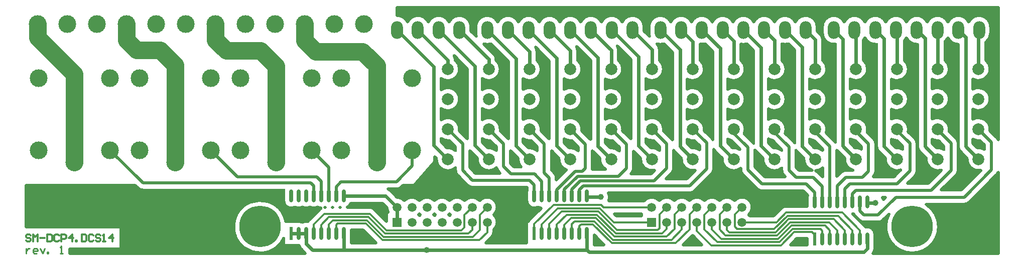
<source format=gtl>
G04 Layer_Physical_Order=1*
G04 Layer_Color=255*
%FSLAX42Y42*%
%MOMM*%
G71*
G01*
G75*
%ADD10C,0.50*%
%ADD11R,0.60X2.20*%
%ADD12O,0.60X2.20*%
%ADD13C,0.60*%
%ADD14C,0.30*%
%ADD15C,3.00*%
%ADD16C,0.25*%
%ADD17C,3.00*%
%ADD18C,2.00*%
%ADD19C,1.50*%
%ADD20R,1.50X1.50*%
%ADD21O,2.00X3.00*%
%ADD22C,7.00*%
%ADD23C,1.00*%
D10*
X588Y330D02*
G03*
X715Y330I63J108D01*
G01*
X656Y-317D02*
G03*
X690Y-378I122J28D01*
G01*
X656Y-317D02*
G03*
X690Y-378I122J28D01*
G01*
X1539Y-113D02*
G03*
X1538Y-102I-125J0D01*
G01*
X715Y75D02*
G03*
X649Y92I-63J-108D01*
G01*
X807Y89D02*
G03*
X715Y75I-29J-122D01*
G01*
X827Y117D02*
G03*
X807Y89I78J-78D01*
G01*
X827Y117D02*
G03*
X807Y89I78J-78D01*
G01*
X1539Y-113D02*
G03*
X1538Y-102I-125J0D01*
G01*
X1028Y312D02*
G03*
X1006Y295I55J-95D01*
G01*
X1028Y312D02*
G03*
X1006Y295I55J-95D01*
G01*
X715Y330D02*
G03*
X842Y330I63J108D01*
G01*
X842D02*
G03*
X969Y330I63J108D01*
G01*
D02*
G03*
X1028Y312I63J108D01*
G01*
X1929Y295D02*
G03*
X1851Y327I-78J-78D01*
G01*
X1929Y295D02*
G03*
X1851Y327I-78J-78D01*
G01*
X2688Y188D02*
G03*
X2674Y202I-127J-113D01*
G01*
D02*
G03*
X2688Y216I-113J127D01*
G01*
X2702Y202D02*
G03*
X2688Y188I113J-127D01*
G01*
X2942D02*
G03*
X2928Y202I-127J-113D01*
G01*
X2956D02*
G03*
X2942Y188I113J-127D01*
G01*
X2928Y202D02*
G03*
X2942Y216I-113J127D01*
G01*
D02*
G03*
X2956Y202I127J113D01*
G01*
X2688Y216D02*
G03*
X2702Y202I127J113D01*
G01*
X2137Y322D02*
G03*
X2159Y245I170J7D01*
G01*
X-2061Y653D02*
G03*
X-1976Y617I85J85D01*
G01*
X-2061Y653D02*
G03*
X-1976Y617I85J85D01*
G01*
X1472Y327D02*
G03*
X1530Y392I-59J110D01*
G01*
X435Y92D02*
G03*
X399Y-197I-435J-92D01*
G01*
X399Y437D02*
G03*
X588Y330I125J0D01*
G01*
X2942Y442D02*
G03*
X2688Y442I-127J-113D01*
G01*
X401Y617D02*
G03*
X399Y597I123J-20D01*
G01*
X2207Y606D02*
G03*
X2161Y635I-88J-88D01*
G01*
X2434Y442D02*
G03*
X2314Y499I-127J-113D01*
G01*
X2207Y606D02*
G03*
X2161Y635I-88J-88D01*
G01*
X2299D02*
G03*
X2383Y670I0J120D01*
G01*
X2299Y635D02*
G03*
X2384Y670I0J120D01*
G01*
X2688Y442D02*
G03*
X2434Y442I-127J-113D01*
G01*
X3908Y-174D02*
G03*
X3941Y-96I-78J78D01*
G01*
X3908Y-173D02*
G03*
X3941Y-96I-78J78D01*
G01*
Y-54D02*
G03*
X4001Y75I-110J130D01*
G01*
X3196Y188D02*
G03*
X3182Y202I-127J-113D01*
G01*
X4001Y75D02*
G03*
X3944Y202I-170J0D01*
G01*
X3210D02*
G03*
X3196Y188I113J-127D01*
G01*
X3182Y202D02*
G03*
X3196Y216I-113J127D01*
G01*
D02*
G03*
X3210Y202I127J113D01*
G01*
X3196Y442D02*
G03*
X2942Y442I-127J-113D01*
G01*
X3450D02*
G03*
X3196Y442I-127J-113D01*
G01*
X3704D02*
G03*
X3450Y442I-127J-113D01*
G01*
X3498Y700D02*
G03*
X3583Y665I85J85D01*
G01*
X3498Y700D02*
G03*
X3583Y665I85J85D01*
G01*
X4001Y329D02*
G03*
X3704Y442I-170J0D01*
G01*
X3944Y202D02*
G03*
X4001Y329I-113J127D01*
G01*
X4546Y121D02*
G03*
X4526Y92I78J-78D01*
G01*
X5636Y-215D02*
G03*
X5638Y-193I-123J22D01*
G01*
X4546Y121D02*
G03*
X4526Y92I78J-78D01*
G01*
X4499Y437D02*
G03*
X4688Y330I125J0D01*
G01*
X4688D02*
G03*
X4739Y313I63J108D01*
G01*
X5882Y439D02*
G03*
X5895Y500I-132J61D01*
G01*
D02*
G03*
X5876Y572I-145J0D01*
G01*
X4504Y632D02*
G03*
X4499Y597I120J-35D01*
G01*
X6734Y442D02*
G03*
X6477Y439I-127J-113D01*
G01*
X6988Y442D02*
G03*
X6734Y442I-127J-113D01*
G01*
X7242D02*
G03*
X6988Y442I-127J-113D01*
G01*
X3297Y950D02*
G03*
X3333Y865I120J0D01*
G01*
X2974Y1158D02*
G03*
X3297Y994I194J-17D01*
G01*
Y950D02*
G03*
X3333Y865I120J0D01*
G01*
X4998Y824D02*
G03*
X4963Y909I-120J0D01*
G01*
X4998Y824D02*
G03*
X4963Y909I-120J0D01*
G01*
X3663Y1158D02*
G03*
X3988Y995I194J-17D01*
G01*
D02*
G03*
X4020Y935I117J25D01*
G01*
X3988Y995D02*
G03*
X4020Y935I117J25D01*
G01*
X3297Y1287D02*
G03*
X3151Y1335I-129J-146D01*
G01*
X3985Y1288D02*
G03*
X3840Y1335I-128J-147D01*
G01*
X4351Y1158D02*
G03*
X4401Y1010I194J-17D01*
G01*
X4675Y1286D02*
G03*
X4528Y1335I-129J-146D01*
G01*
X5606Y970D02*
G03*
X5608Y988I-119J17D01*
G01*
X6265Y903D02*
G03*
X6300Y988I-85J85D01*
G01*
X6265Y903D02*
G03*
X6300Y988I-85J85D01*
G01*
X5040Y1158D02*
G03*
X5167Y957I194J-17D01*
G01*
X5728Y1158D02*
G03*
X5828Y970I194J-17D01*
G01*
X6417Y1158D02*
G03*
X6650Y949I194J-17D01*
G01*
X6942Y903D02*
G03*
X6978Y988I-85J85D01*
G01*
X6942Y903D02*
G03*
X6978Y988I-85J85D01*
G01*
X5606Y970D02*
G03*
X5608Y988I-119J17D01*
G01*
X5367Y1283D02*
G03*
X5217Y1335I-134J-142D01*
G01*
X6060Y1279D02*
G03*
X5905Y1335I-138J-138D01*
G01*
X6738Y1289D02*
G03*
X6593Y1335I-127J-148D01*
G01*
X6978Y1289D02*
G03*
X6994Y1269I105J68D01*
G01*
X6978Y1289D02*
G03*
X6994Y1269I105J68D01*
G01*
X3055Y1490D02*
G03*
X3192Y1455I114J158D01*
G01*
X3364Y1648D02*
G03*
X3055Y1807I-195J0D01*
G01*
X3362Y1625D02*
G03*
X3364Y1648I-194J24D01*
G01*
X3747Y1487D02*
G03*
X3881Y1455I110J161D01*
G01*
X4052Y1648D02*
G03*
X3747Y1810I-195J0D01*
G01*
X3364Y2156D02*
G03*
X3055Y2315I-195J0D01*
G01*
Y1998D02*
G03*
X3364Y2156I114J158D01*
G01*
X3747Y1995D02*
G03*
X4052Y2156I110J161D01*
G01*
D02*
G03*
X3747Y2318I-195J0D01*
G01*
X4051Y1625D02*
G03*
X4052Y1648I-194J24D01*
G01*
X4440Y1484D02*
G03*
X4569Y1455I106J164D01*
G01*
X4741Y1648D02*
G03*
X4440Y1812I-195J0D01*
G01*
X4739Y1625D02*
G03*
X4741Y1648I-194J24D01*
G01*
X4741Y2156D02*
G03*
X4440Y2320I-195J0D01*
G01*
Y1992D02*
G03*
X4741Y2156I106J164D01*
G01*
X3055Y2506D02*
G03*
X3364Y2664I114J158D01*
G01*
D02*
G03*
X3294Y2814I-195J0D01*
G01*
Y2819D02*
G03*
X3273Y2888I-125J0D01*
G01*
X3294Y2819D02*
G03*
X3273Y2888I-125J0D01*
G01*
X3638Y3275D02*
G03*
X3646Y3218I195J0D01*
G01*
X3776Y3088D02*
G03*
X3892Y3089I57J187D01*
G01*
X3747Y2503D02*
G03*
X4052Y2664I110J161D01*
G01*
X3558Y3375D02*
G03*
X3188Y3461I-195J0D01*
G01*
X4008Y3461D02*
G03*
X3638Y3375I-175J-86D01*
G01*
X2488Y3461D02*
G03*
X2312Y3570I-175J-86D01*
G01*
X2838Y3461D02*
G03*
X2488Y3461I-175J-86D01*
G01*
X3188D02*
G03*
X2838Y3461I-175J-86D01*
G01*
X4052Y2664D02*
G03*
X3982Y2814I-195J0D01*
G01*
Y2830D02*
G03*
X3945Y2919I-125J0D01*
G01*
X3982Y2830D02*
G03*
X3945Y2919I-125J0D01*
G01*
X4440Y2500D02*
G03*
X4741Y2664I106J164D01*
G01*
D02*
G03*
X4671Y2814I-195J0D01*
G01*
X4358Y3461D02*
G03*
X4008Y3461I-175J-86D01*
G01*
X4708Y3461D02*
G03*
X4358Y3461I-175J-86D01*
G01*
X4671Y2962D02*
G03*
X4650Y3031I-125J0D01*
G01*
X4671Y2962D02*
G03*
X4650Y3031I-125J0D01*
G01*
X5130Y1483D02*
G03*
X5258Y1455I104J165D01*
G01*
X5429Y1648D02*
G03*
X5130Y1813I-195J0D01*
G01*
X5428Y1625D02*
G03*
X5429Y1648I-194J24D01*
G01*
X5825Y1479D02*
G03*
X5946Y1455I97J169D01*
G01*
X6117Y1648D02*
G03*
X5825Y1817I-195J0D01*
G01*
X5130Y1991D02*
G03*
X5429Y2156I104J165D01*
G01*
D02*
G03*
X5130Y2321I-195J0D01*
G01*
X5825Y1987D02*
G03*
X6117Y2156I97J169D01*
G01*
D02*
G03*
X5825Y2325I-195J0D01*
G01*
X6507Y1483D02*
G03*
X6635Y1455I103J165D01*
G01*
X6116Y1625D02*
G03*
X6117Y1648I-194J24D01*
G01*
X6957Y1468D02*
G03*
X6942Y1487I-100J-66D01*
G01*
X6957Y1468D02*
G03*
X6942Y1487I-100J-66D01*
G01*
X6806Y1648D02*
G03*
X6507Y1814I-195J0D01*
G01*
X6804Y1625D02*
G03*
X6806Y1648I-194J24D01*
G01*
X6507Y1991D02*
G03*
X6806Y2156I103J165D01*
G01*
D02*
G03*
X6507Y2322I-195J0D01*
G01*
X5130Y2499D02*
G03*
X5429Y2664I104J165D01*
G01*
D02*
G03*
X5359Y2814I-195J0D01*
G01*
Y2974D02*
G03*
X5338Y3042I-125J0D01*
G01*
X5359Y2974D02*
G03*
X5338Y3042I-125J0D01*
G01*
X5825Y2495D02*
G03*
X6117Y2664I97J169D01*
G01*
D02*
G03*
X6047Y2814I-195J0D01*
G01*
Y2985D02*
G03*
X6027Y3054I-125J0D01*
G01*
X6047Y2985D02*
G03*
X6027Y3054I-125J0D01*
G01*
X5058Y3461D02*
G03*
X4708Y3461I-175J-86D01*
G01*
X5408Y3461D02*
G03*
X5058Y3461I-175J-86D01*
G01*
X5758Y3461D02*
G03*
X5408Y3461I-175J-86D01*
G01*
X6108Y3461D02*
G03*
X5758Y3461I-175J-86D01*
G01*
X6736Y2997D02*
G03*
X6699Y3085I-125J0D01*
G01*
X6736Y2997D02*
G03*
X6699Y3085I-125J0D01*
G01*
X6806Y2664D02*
G03*
X6736Y2814I-195J0D01*
G01*
X6507Y2499D02*
G03*
X6806Y2664I103J165D01*
G01*
X6696Y3088D02*
G03*
X6812Y3089I57J187D01*
G01*
X6478Y3375D02*
G03*
X6108Y3461I-195J0D01*
G01*
X6558Y3275D02*
G03*
X6566Y3218I195J0D01*
G01*
X6928Y3461D02*
G03*
X6558Y3375I-175J-86D01*
G01*
X7278Y3461D02*
G03*
X6928Y3461I-175J-86D01*
G01*
X7496Y442D02*
G03*
X7242Y442I-127J-113D01*
G01*
X7750D02*
G03*
X7496Y442I-127J-113D01*
G01*
X8260Y185D02*
G03*
X8244Y202I-130J-110D01*
G01*
D02*
G03*
X8301Y329I-113J127D01*
G01*
X8004Y442D02*
G03*
X7750Y442I-127J-113D01*
G01*
X8301Y329D02*
G03*
X8004Y442I-170J0D01*
G01*
X7250Y572D02*
G03*
X7335Y608I0J120D01*
G01*
X7250Y572D02*
G03*
X7335Y608I0J120D01*
G01*
X7617Y890D02*
G03*
X7653Y975I-85J85D01*
G01*
X7617Y890D02*
G03*
X7653Y975I-85J85D01*
G01*
X8107Y965D02*
G03*
X8143Y880I120J0D01*
G01*
X8107Y965D02*
G03*
X8143Y880I120J0D01*
G01*
X8871Y347D02*
G03*
X8793Y315I0J-110D01*
G01*
X8871Y347D02*
G03*
X8793Y315I0J-110D01*
G01*
X10009Y219D02*
G03*
X10034Y182I110J48D01*
G01*
X10009Y219D02*
G03*
X10034Y181I110J48D01*
G01*
X9997Y217D02*
G03*
X10009Y219I-5J125D01*
G01*
X9234Y528D02*
G03*
X9232Y502I122J-26D01*
G01*
X8383Y640D02*
G03*
X8468Y605I85J85D01*
G01*
X8383Y640D02*
G03*
X8468Y605I85J85D01*
G01*
X8800Y952D02*
G03*
X8835Y868I120J0D01*
G01*
X8800Y952D02*
G03*
X8835Y868I120J0D01*
G01*
X9417Y917D02*
G03*
X9373Y946I-85J-85D01*
G01*
X9417Y917D02*
G03*
X9373Y946I-85J-85D01*
G01*
D02*
G03*
X9490Y991I-8J195D01*
G01*
X9878Y952D02*
G03*
X9793Y917I0J-120D01*
G01*
X9878Y952D02*
G03*
X9793Y917I0J-120D01*
G01*
X7105Y1158D02*
G03*
X7337Y949I194J-17D01*
G01*
X7653Y1306D02*
G03*
X7674Y1277I110J59D01*
G01*
X7412Y1299D02*
G03*
X7282Y1335I-113J-159D01*
G01*
X7653Y1306D02*
G03*
X7674Y1277I110J59D01*
G01*
X7794Y1158D02*
G03*
X8107Y986I194J-17D01*
G01*
X8482Y1158D02*
G03*
X8800Y990I194J-17D01*
G01*
X8092Y1305D02*
G03*
X7970Y1335I-104J-165D01*
G01*
X8347Y1295D02*
G03*
X8362Y1278I102J72D01*
G01*
X8347Y1295D02*
G03*
X8362Y1278I102J72D01*
G01*
X7207Y1476D02*
G03*
X7323Y1455I92J172D01*
G01*
X7638Y1473D02*
G03*
X7617Y1500I-105J-58D01*
G01*
X7638Y1473D02*
G03*
X7617Y1500I-105J-58D01*
G01*
X8325Y1409D02*
G03*
X8312Y1424I-98J-70D01*
G01*
X8325Y1409D02*
G03*
X8312Y1424I-98J-70D01*
G01*
X7888Y1481D02*
G03*
X7937Y1460I100J167D01*
G01*
X8575Y1482D02*
G03*
X8641Y1457I101J167D01*
G01*
X9171Y1158D02*
G03*
X9313Y952I194J-17D01*
G01*
X8800Y1291D02*
G03*
X8659Y1335I-124J-151D01*
G01*
X9040Y1291D02*
G03*
X9054Y1274I102J72D01*
G01*
X9040Y1291D02*
G03*
X9054Y1274I102J72D01*
G01*
X9859Y1158D02*
G03*
X10001Y952I194J-17D01*
G01*
X9490Y1290D02*
G03*
X9347Y1335I-125J-149D01*
G01*
X9730Y1289D02*
G03*
X9742Y1275I100J75D01*
G01*
X9730Y1289D02*
G03*
X9742Y1275I100J75D01*
G01*
X9018Y1417D02*
G03*
X9005Y1432I-98J-70D01*
G01*
X9018Y1417D02*
G03*
X9005Y1432I-98J-70D01*
G01*
X9705Y1430D02*
G03*
X9695Y1442I-95J-73D01*
G01*
X9705Y1430D02*
G03*
X9695Y1442I-95J-73D01*
G01*
X9268Y1479D02*
G03*
X9343Y1455I97J169D01*
G01*
X10339Y-450D02*
G03*
X10371Y-367I-93J83D01*
G01*
X10339Y-450D02*
G03*
X10371Y-367I-93J83D01*
G01*
Y-128D02*
G03*
X10215Y-6I-125J0D01*
G01*
Y-6D02*
G03*
X10196Y18I-96J-54D01*
G01*
X10215Y-6D02*
G03*
X10196Y18I-96J-54D01*
G01*
X10608Y211D02*
G03*
X11445Y0I392J-211D01*
G01*
X10103Y113D02*
G03*
X10188Y77I85J85D01*
G01*
X10425D02*
G03*
X10510Y113I0J120D01*
G01*
X10425Y77D02*
G03*
X10510Y113I0J120D01*
G01*
X10103D02*
G03*
X10188Y77I85J85D01*
G01*
X10350Y853D02*
G03*
X10385Y938I-85J85D01*
G01*
X10517Y459D02*
G03*
X10498Y493I-134J-54D01*
G01*
X10350Y853D02*
G03*
X10385Y938I-85J85D01*
G01*
X11445Y0D02*
G03*
X11236Y378I-445J0D01*
G01*
X11045Y855D02*
G03*
X11080Y940I-85J85D01*
G01*
X11045Y855D02*
G03*
X11080Y940I-85J85D01*
G01*
X11876Y378D02*
G03*
X11961Y413I0J120D01*
G01*
X11876Y378D02*
G03*
X11961Y413I0J120D01*
G01*
X12422Y874D02*
G03*
X12450Y917I-85J85D01*
G01*
X12422Y874D02*
G03*
X12450Y917I-85J85D01*
G01*
X10145Y1312D02*
G03*
X10036Y1335I-92J-172D01*
G01*
X10400Y1357D02*
G03*
X10437Y1269I125J0D01*
G01*
X10400Y1357D02*
G03*
X10437Y1269I125J0D01*
G01*
X10547Y1158D02*
G03*
X10807Y957I194J-17D01*
G01*
X10840Y1309D02*
G03*
X10724Y1335I-98J-168D01*
G01*
X11090Y1356D02*
G03*
X11127Y1267I125J0D01*
G01*
X11090Y1356D02*
G03*
X11127Y1267I125J0D01*
G01*
X9955Y1480D02*
G03*
X10044Y1454I98J168D01*
G01*
X10385Y1402D02*
G03*
X10350Y1487I-120J0D01*
G01*
X10385Y1402D02*
G03*
X10350Y1487I-120J0D01*
G01*
X10650Y1476D02*
G03*
X10744Y1453I92J172D01*
G01*
X11080Y1407D02*
G03*
X11045Y1492I-120J0D01*
G01*
X11080Y1407D02*
G03*
X11045Y1492I-120J0D01*
G01*
X11740Y865D02*
G03*
X11775Y950I-85J85D01*
G01*
X11740Y865D02*
G03*
X11775Y950I-85J85D01*
G01*
X11236Y1158D02*
G03*
X11490Y955I194J-17D01*
G01*
X11535Y1305D02*
G03*
X11413Y1335I-105J-164D01*
G01*
X11775Y1358D02*
G03*
X11812Y1271I125J1D01*
G01*
X11775Y1358D02*
G03*
X11812Y1271I125J1D01*
G01*
X11924Y1158D02*
G03*
X12159Y950I194J-17D01*
G01*
X12218Y1308D02*
G03*
X12101Y1335I-99J-168D01*
G01*
X11340Y1475D02*
G03*
X11443Y1454I90J173D01*
G01*
X11775Y1412D02*
G03*
X11740Y1497I-120J-0D01*
G01*
X11775Y1412D02*
G03*
X11740Y1497I-120J-0D01*
G01*
X12025Y1477D02*
G03*
X12142Y1455I94J171D01*
G01*
X12450Y1471D02*
G03*
X12422Y1514I-112J-42D01*
G01*
X12450Y1471D02*
G03*
X12422Y1514I-112J-42D01*
G01*
X7494Y1648D02*
G03*
X7207Y1820I-195J0D01*
G01*
X7493Y1625D02*
G03*
X7494Y1648I-194J24D01*
G01*
X7207Y1984D02*
G03*
X7494Y2156I92J172D01*
G01*
X8183Y1648D02*
G03*
X7888Y1816I-195J0D01*
G01*
X8166Y1570D02*
G03*
X8183Y1648I-179J78D01*
G01*
X7888Y1989D02*
G03*
X8183Y2156I100J167D01*
G01*
X7494D02*
G03*
X7207Y2328I-195J0D01*
G01*
X8183Y2156D02*
G03*
X7888Y2324I-195J0D01*
G01*
X8871Y1648D02*
G03*
X8575Y1815I-195J0D01*
G01*
X8858Y1578D02*
G03*
X8871Y1648I-182J70D01*
G01*
X8575Y1990D02*
G03*
X8871Y2156I101J167D01*
G01*
X9560Y1648D02*
G03*
X9268Y1817I-195J0D01*
G01*
X9550Y1587D02*
G03*
X9560Y1648I-185J61D01*
G01*
X9268Y1987D02*
G03*
X9560Y2156I97J169D01*
G01*
X8871D02*
G03*
X8575Y2323I-195J0D01*
G01*
X9560Y2156D02*
G03*
X9268Y2325I-195J0D01*
G01*
X7494Y2664D02*
G03*
X7424Y2814I-195J0D01*
G01*
X7207Y2492D02*
G03*
X7494Y2664I92J172D01*
G01*
X7628Y3461D02*
G03*
X7278Y3461I-175J-86D01*
G01*
X7424Y3082D02*
G03*
X7512Y3089I28J193D01*
G01*
X8183Y2664D02*
G03*
X8113Y2814I-195J0D01*
G01*
X7888Y2497D02*
G03*
X8183Y2664I100J167D01*
G01*
X8575Y2498D02*
G03*
X8871Y2664I101J167D01*
G01*
X7978Y3461D02*
G03*
X7628Y3461I-175J-86D01*
G01*
X8328Y3461D02*
G03*
X7978Y3461I-175J-86D01*
G01*
X8113Y3084D02*
G03*
X8212Y3089I40J191D01*
G01*
X8678Y3461D02*
G03*
X8328Y3461I-175J-86D01*
G01*
X8871Y2664D02*
G03*
X8801Y2814I-195J0D01*
G01*
Y3087D02*
G03*
X8912Y3089I51J188D01*
G01*
X9490Y3163D02*
G03*
X9453Y3251I-125J0D01*
G01*
X9560Y2664D02*
G03*
X9490Y2814I-195J0D01*
G01*
X9268Y2495D02*
G03*
X9560Y2664I97J169D01*
G01*
X9490Y3163D02*
G03*
X9453Y3251I-125J0D01*
G01*
X9483Y3275D02*
G03*
X9705Y3082I195J0D01*
G01*
X9028Y3461D02*
G03*
X8678Y3461I-175J-86D01*
G01*
X9398Y3375D02*
G03*
X9028Y3461I-195J0D01*
G01*
X10248Y1648D02*
G03*
X9955Y1817I-195J0D01*
G01*
X10241Y1596D02*
G03*
X10248Y1648I-188J53D01*
G01*
X9955Y1988D02*
G03*
X10248Y2156I98J168D01*
G01*
X10937Y1648D02*
G03*
X10650Y1821I-195J0D01*
G01*
X10932Y1605D02*
G03*
X10937Y1648I-190J43D01*
G01*
X10650Y1984D02*
G03*
X10937Y2156I92J172D01*
G01*
X10248D02*
G03*
X9955Y2325I-195J0D01*
G01*
X10937Y2156D02*
G03*
X10650Y2329I-195J0D01*
G01*
X11625Y2156D02*
G03*
X11340Y2329I-195J0D01*
G01*
X11625Y1648D02*
G03*
X11340Y1821I-195J0D01*
G01*
X11622Y1615D02*
G03*
X11625Y1648I-192J34D01*
G01*
X11340Y1983D02*
G03*
X11625Y2156I90J173D01*
G01*
X12314Y1648D02*
G03*
X12025Y1819I-195J0D01*
G01*
X12312Y1625D02*
G03*
X12314Y1648I-194J24D01*
G01*
X12025Y1985D02*
G03*
X12314Y2156I94J171D01*
G01*
D02*
G03*
X12025Y2327I-195J0D01*
G01*
X10248Y2664D02*
G03*
X10178Y2814I-195J0D01*
G01*
X9955Y2496D02*
G03*
X10248Y2664I98J168D01*
G01*
X9853Y3461D02*
G03*
X9483Y3375I-175J-86D01*
G01*
X10203Y3189D02*
G03*
X10400Y3081I175J86D01*
G01*
X10178Y3151D02*
G03*
X10203Y3189I-151J124D01*
G01*
X10937Y2664D02*
G03*
X10867Y2814I-195J0D01*
G01*
X10650Y2492D02*
G03*
X10937Y2664I92J172D01*
G01*
X10867Y3138D02*
G03*
X10903Y3189I-139J137D01*
G01*
X10903D02*
G03*
X11090Y3080I175J86D01*
G01*
X10203Y3461D02*
G03*
X9853Y3461I-175J-86D01*
G01*
X10553Y3461D02*
G03*
X10203Y3461I-175J-86D01*
G01*
X10903D02*
G03*
X10553Y3461I-175J-86D01*
G01*
X11253Y3461D02*
G03*
X10903Y3461I-175J-86D01*
G01*
X11625Y2664D02*
G03*
X11555Y2814I-195J0D01*
G01*
X11340Y2491D02*
G03*
X11625Y2664I90J173D01*
G01*
X11555Y3128D02*
G03*
X11603Y3189I-128J147D01*
G01*
X11603D02*
G03*
X11775Y3080I175J86D01*
G01*
X12314Y2664D02*
G03*
X12244Y2814I-195J0D01*
G01*
X12025Y2493D02*
G03*
X12314Y2664I94J171D01*
G01*
X12244Y3118D02*
G03*
X12323Y3275I-116J157D01*
G01*
X11603Y3461D02*
G03*
X11253Y3461I-175J-86D01*
G01*
X11953Y3461D02*
G03*
X11603Y3461I-175J-86D01*
G01*
X12323Y3375D02*
G03*
X11953Y3461I-195J0D01*
G01*
X1159Y517D02*
Y1002D01*
X869Y1292D02*
X1159Y1002D01*
X-2531Y1292D02*
X-1976Y737D01*
X856D01*
X905Y688D01*
Y517D02*
Y688D01*
X1032Y517D02*
Y764D01*
X956Y840D02*
X1032Y764D01*
X-379Y840D02*
X956D01*
X-831Y1292D02*
X-379Y840D01*
X1364Y755D02*
X2299D01*
X1286Y677D02*
X1364Y755D01*
X1286Y517D02*
Y677D01*
X2569Y1025D02*
Y1292D01*
X2299Y755D02*
X2569Y1025D01*
X10019Y1648D02*
X10265Y1402D01*
X10719Y1648D02*
X10960Y1407D01*
X11419Y1648D02*
X11655Y1412D01*
X12338Y959D02*
Y1430D01*
X12119Y1648D02*
X12338Y1430D01*
X10119Y266D02*
Y422D01*
X9992D02*
Y557D01*
X9865Y422D02*
X9865Y423D01*
X9610Y422D02*
Y1357D01*
X9319Y1648D02*
X9610Y1357D01*
X9357Y422D02*
Y576D01*
X9738Y422D02*
Y693D01*
X9878Y832D01*
X9865Y423D02*
Y640D01*
X9950Y725D01*
X9992Y557D02*
X10047Y612D01*
X9950Y725D02*
X10745D01*
X10960Y940D01*
Y1407D01*
X9878Y832D02*
X10160D01*
X10265Y938D01*
Y1402D01*
X10047Y612D02*
X11318D01*
X11655Y950D01*
Y1412D01*
X8619Y1648D02*
X8920Y1347D01*
Y952D02*
Y1347D01*
Y952D02*
X9040Y832D01*
X9332D01*
X9484Y681D01*
Y422D02*
Y681D01*
X9207Y725D02*
X9357Y576D01*
X7919Y1648D02*
X8228Y1340D01*
Y965D02*
Y1340D01*
Y965D02*
X8468Y725D01*
X9207D01*
X10119Y266D02*
X10188Y198D01*
X10425D01*
X10725Y497D01*
X11876D01*
X12338Y959D01*
X7532Y975D02*
Y1415D01*
X7299Y1648D02*
X7532Y1415D01*
X6857Y988D02*
Y1402D01*
X6611Y1648D02*
X6857Y1402D01*
X6180Y988D02*
Y1391D01*
X5922Y1648D02*
X6180Y1391D01*
X5386Y517D02*
Y624D01*
X5259Y517D02*
Y629D01*
X5132Y517D02*
Y627D01*
X5386Y624D02*
X5455Y693D01*
X7250D01*
X7532Y975D01*
X6643Y772D02*
X6857Y988D01*
X5259Y629D02*
X5403Y772D01*
X6643D01*
X5132Y627D02*
X5355Y850D01*
X6042D01*
X6180Y988D01*
X5234Y1648D02*
X5488Y1395D01*
X5435Y935D02*
X5488Y988D01*
Y1395D01*
X5005Y517D02*
Y625D01*
X5315Y935D01*
X5435D01*
X4546Y1648D02*
X4795Y1399D01*
X4105Y1020D02*
Y1400D01*
X3857Y1648D02*
X4105Y1400D01*
X4624Y517D02*
Y708D01*
X4547Y785D02*
X4624Y708D01*
X3583Y785D02*
X4547D01*
X3417Y950D02*
X3583Y785D01*
X3417Y950D02*
Y1400D01*
X3169Y1648D02*
X3417Y1400D01*
X4751Y517D02*
Y766D01*
X4105Y1020D02*
X4235Y890D01*
X4628D01*
X4751Y766D01*
X4795Y907D02*
Y1399D01*
Y907D02*
X4878Y824D01*
Y517D02*
Y824D01*
X-3150Y-450D02*
Y-375D01*
X-3100Y-450D02*
Y-375D01*
X-3210Y-450D02*
Y-375D01*
X-3200Y-450D02*
Y-375D01*
X-2850Y-450D02*
Y-375D01*
X-2800Y-450D02*
Y-375D01*
X-3050Y-450D02*
Y-375D01*
X-2900Y-450D02*
Y-375D01*
X-3000Y-450D02*
Y-375D01*
X-2600Y-450D02*
Y-375D01*
X-2550Y-450D02*
Y-375D01*
X-2750Y-450D02*
Y-375D01*
X-2650Y-450D02*
Y-375D01*
X-2700Y-450D02*
Y-375D01*
X-2350Y-450D02*
Y-375D01*
X-400Y-450D02*
Y-195D01*
X-2500Y-450D02*
Y-375D01*
X-2400Y-450D02*
Y-375D01*
X-2450Y-450D02*
Y-375D01*
X-150Y-450D02*
Y-419D01*
X-100Y-450D02*
Y-434D01*
X-200Y-450D02*
Y-398D01*
X-3210Y-450D02*
X762D01*
X150D02*
Y-419D01*
X200Y-450D02*
Y-398D01*
X-50Y-450D02*
Y-442D01*
X50Y-450D02*
Y-442D01*
X100Y-450D02*
Y-434D01*
X250Y-450D02*
Y-368D01*
X300Y-450D02*
Y-329D01*
X-350Y-450D02*
Y-275D01*
X-250Y-450D02*
Y-368D01*
X-300Y-450D02*
Y-329D01*
X550Y-450D02*
Y-318D01*
X600Y-450D02*
Y-318D01*
X400Y-450D02*
Y-318D01*
X500Y-450D02*
Y-318D01*
X450Y-450D02*
Y-318D01*
X-2950Y-450D02*
Y-375D01*
X-3210D02*
X-2345D01*
Y-300D02*
X-329D01*
X-2345Y-350D02*
X-275D01*
X-2345Y-200D02*
X-398D01*
X-2345Y-250D02*
X-368D01*
X-2345Y-50D02*
X-442D01*
X-2345Y-150D02*
X-419D01*
X-2345Y-100D02*
X-434D01*
X-3950Y150D02*
X-419D01*
X-3950Y200D02*
X-398D01*
X-3950Y250D02*
X-368D01*
X-3950Y300D02*
X-329D01*
X-3950Y350D02*
X-275D01*
X-3950Y-5D02*
X-2345D01*
Y-375D02*
Y-5D01*
X-3950Y-0D02*
X-445D01*
X-3950Y50D02*
X-442D01*
X-3950Y100D02*
X-434D01*
X-3210Y-400D02*
X-195D01*
X195D02*
X712D01*
X329Y-300D02*
X399D01*
X275Y-350D02*
X669D01*
X350Y-450D02*
Y-275D01*
X399Y-318D02*
Y-197D01*
X368Y-250D02*
X399D01*
Y-318D02*
X649D01*
X435Y92D02*
X649D01*
X419Y150D02*
X861D01*
X398Y200D02*
X911D01*
X275Y350D02*
X435D01*
X368Y250D02*
X961D01*
X329Y300D02*
X1011D01*
X450Y92D02*
Y337D01*
X500Y92D02*
Y315D01*
X550Y92D02*
Y315D01*
X434Y100D02*
X814D01*
X650Y-450D02*
Y-318D01*
X690Y-378D02*
X762Y-450D01*
X700D02*
Y-388D01*
X750Y-450D02*
Y-438D01*
X1538Y-102D02*
Y-58D01*
X1539Y-273D02*
Y-113D01*
X600Y92D02*
Y323D01*
X650Y92D02*
Y312D01*
X700Y82D02*
Y322D01*
X750Y89D02*
Y316D01*
X827Y117D02*
X1006Y295D01*
X800Y90D02*
Y314D01*
X1539Y-200D02*
X1879D01*
X1539Y-250D02*
X1929D01*
X1538Y-100D02*
X1779D01*
X1800Y-273D02*
Y-121D01*
X1539Y-273D02*
X1952D01*
X1539Y-150D02*
X1829D01*
X1900Y-273D02*
Y-221D01*
X1850Y-273D02*
Y-171D01*
X1650Y-273D02*
Y-58D01*
X1700Y-273D02*
Y-58D01*
X1550Y-273D02*
Y-58D01*
X1538D02*
X1737D01*
X1600Y-273D02*
Y-58D01*
X1750Y-273D02*
Y-71D01*
X1737Y-58D02*
X1952Y-273D01*
X2124Y100D02*
X2137D01*
Y87D02*
Y245D01*
X1929Y295D02*
X2137Y87D01*
X850Y139D02*
Y325D01*
X900Y189D02*
Y313D01*
X950Y239D02*
Y321D01*
X1000Y289D02*
Y317D01*
X1091Y327D02*
X1100D01*
X1472D02*
X1851D01*
X1218D02*
X1227D01*
X1345D02*
X1354D01*
X1500D02*
Y348D01*
X1800Y327D02*
Y392D01*
X1900Y316D02*
Y392D01*
X1850Y327D02*
Y392D01*
X2074Y150D02*
X2137D01*
X2024Y200D02*
X2137D01*
X2676D02*
X2699D01*
X2950Y197D02*
Y208D01*
X2930Y200D02*
X2953D01*
X2100Y124D02*
Y359D01*
X2137Y245D02*
X2159D01*
X1502Y350D02*
X2109D01*
X1974Y250D02*
X2156D01*
X1924Y300D02*
X2139D01*
X2150Y245D02*
Y263D01*
X-2000Y-450D02*
Y620D01*
X-1950Y-450D02*
Y617D01*
X-2100Y-450D02*
Y691D01*
X-2050Y-450D02*
Y643D01*
X-1750Y-450D02*
Y617D01*
X-1700Y-450D02*
Y617D01*
X-1900Y-450D02*
Y617D01*
X-1800Y-450D02*
Y617D01*
X-1850Y-450D02*
Y617D01*
X-3350Y-5D02*
Y700D01*
X-3300Y-5D02*
Y700D01*
X-3500Y-5D02*
Y700D01*
X-3400Y-5D02*
Y700D01*
X-3450Y-5D02*
Y700D01*
X-2200Y-450D02*
Y700D01*
X-2150Y-450D02*
Y700D01*
X-3150Y-5D02*
Y700D01*
X-2250Y-450D02*
Y700D01*
X-2300Y-450D02*
Y700D01*
X-1050Y-450D02*
Y617D01*
X-1000Y-450D02*
Y617D01*
X-1150Y-450D02*
Y617D01*
X-1100Y-450D02*
Y617D01*
X-800Y-450D02*
Y617D01*
X-750Y-450D02*
Y617D01*
X-950Y-450D02*
Y617D01*
X-850Y-450D02*
Y617D01*
X-900Y-450D02*
Y617D01*
X-1500Y-450D02*
Y617D01*
X-1450Y-450D02*
Y617D01*
X-1650Y-450D02*
Y617D01*
X-1550Y-450D02*
Y617D01*
X-1600Y-450D02*
Y617D01*
X-1250Y-450D02*
Y617D01*
X-1200Y-450D02*
Y617D01*
X-1400Y-450D02*
Y617D01*
X-1300Y-450D02*
Y617D01*
X-1350Y-450D02*
Y617D01*
X-3050Y-5D02*
Y700D01*
X-3000Y-5D02*
Y700D01*
X-3200Y-5D02*
Y700D01*
X-3100Y-5D02*
Y700D01*
X-2800Y-5D02*
Y700D01*
X-2750Y-5D02*
Y700D01*
X-2950Y-5D02*
Y700D01*
X-2850Y-5D02*
Y700D01*
X-2900Y-5D02*
Y700D01*
X-3800Y-5D02*
Y700D01*
X-3750Y-5D02*
Y700D01*
X-3950Y-5D02*
Y700D01*
X-3850Y-5D02*
Y700D01*
X-3900Y-5D02*
Y700D01*
X-3550Y-5D02*
Y700D01*
X-3250Y-5D02*
Y700D01*
X-3700Y-5D02*
Y700D01*
X-3600Y-5D02*
Y700D01*
X-3650Y-5D02*
Y700D01*
X-3950Y400D02*
X-195D01*
X-3950Y450D02*
X399D01*
X-3950Y500D02*
X399D01*
X-3950Y550D02*
X399D01*
X-3950Y600D02*
X399D01*
X-1976Y617D02*
X401D01*
X-3950Y700D02*
X-2109D01*
X-3950Y650D02*
X-2059D01*
X-2600Y-5D02*
Y700D01*
X-2550Y-5D02*
Y700D01*
X-2700Y-5D02*
Y700D01*
X-3950D02*
X-2109D01*
X-2650Y-5D02*
Y700D01*
X-2500Y-5D02*
Y700D01*
X-2450Y-5D02*
Y700D01*
X-2400Y-5D02*
Y700D01*
X-2109D02*
X-2061Y653D01*
X-2350Y-5D02*
Y700D01*
X-200Y398D02*
Y617D01*
X-150Y419D02*
Y617D01*
X-100Y434D02*
Y617D01*
X-50Y442D02*
Y617D01*
X200Y398D02*
Y617D01*
X250Y368D02*
Y617D01*
X50Y442D02*
Y617D01*
X150Y419D02*
Y617D01*
X100Y434D02*
Y617D01*
X-550Y-450D02*
Y617D01*
X-500Y-450D02*
Y617D01*
X-700Y-450D02*
Y617D01*
X-600Y-450D02*
Y617D01*
X-650Y-450D02*
Y617D01*
X-450Y-450D02*
Y617D01*
X-400Y195D02*
Y617D01*
X-350Y275D02*
Y617D01*
X-250Y368D02*
Y617D01*
X-300Y329D02*
Y617D01*
X1550Y327D02*
Y392D01*
X1600Y327D02*
Y392D01*
X1530D02*
X2067D01*
X2050Y174D02*
Y392D01*
X2067D02*
X2137Y322D01*
X1650Y327D02*
Y392D01*
X1750Y327D02*
Y392D01*
X1700Y327D02*
Y392D01*
X350Y275D02*
Y617D01*
X300Y329D02*
Y617D01*
X195Y400D02*
X405D01*
X400Y195D02*
Y423D01*
X2000Y224D02*
Y392D01*
X399Y437D02*
Y597D01*
X1950Y274D02*
Y392D01*
X-0Y445D02*
Y617D01*
X2161Y635D02*
X2299D01*
X2426Y450D02*
X2441D01*
X2200Y612D02*
Y635D01*
X2207Y606D02*
X2314Y499D01*
X2250Y563D02*
Y635D01*
X2300Y513D02*
Y635D01*
X2350Y494D02*
Y646D01*
X2400Y471D02*
Y687D01*
X2450Y458D02*
Y700D01*
X2384Y670D02*
X2413Y700D01*
X2550Y499D02*
Y700D01*
X2500Y488D02*
Y700D01*
X2680Y450D02*
X2695D01*
X2600Y495D02*
Y700D01*
X2413D02*
X2600D01*
X2650Y474D02*
Y757D01*
X2700Y455D02*
Y814D01*
X2934Y450D02*
X2949D01*
X2750Y487D02*
Y871D01*
X2800Y499D02*
Y929D01*
X2850Y496D02*
Y986D01*
X2900Y476D02*
Y1043D01*
X2950Y451D02*
Y1100D01*
X2600Y700D02*
X2950Y1100D01*
X2862Y1000D02*
X3033D01*
X2906Y1050D02*
X2996D01*
X2950Y1100D02*
X2978D01*
X3000Y485D02*
Y1042D01*
X2950Y1100D02*
Y1182D01*
Y1150D02*
X2974D01*
X2950Y1182D02*
X2974Y1158D01*
X3850Y-273D02*
Y-232D01*
X3809Y-273D02*
X3908Y-174D01*
X3900Y-273D02*
Y-182D01*
X3950Y-273D02*
Y-46D01*
X4000Y-273D02*
Y61D01*
X3941Y-96D02*
Y-54D01*
X3200Y193D02*
Y212D01*
X3184Y200D02*
X3207D01*
X4100Y-273D02*
Y665D01*
X4150Y-273D02*
Y665D01*
X3950Y196D02*
Y208D01*
X4000Y90D02*
Y315D01*
X4050Y-273D02*
Y665D01*
X3832Y-250D02*
X4499D01*
X3809Y-273D02*
X4499D01*
X3926Y-150D02*
X4499D01*
X3882Y-200D02*
X4499D01*
X3945Y-50D02*
X4499D01*
X3941Y-100D02*
X4499D01*
X3983Y-0D02*
X4499D01*
X3999Y50D02*
X4499D01*
Y92D02*
X4526D01*
X4200Y-273D02*
Y665D01*
X4250Y-273D02*
Y665D01*
X3999Y100D02*
X4530D01*
X3983Y150D02*
X4576D01*
X3946Y200D02*
X4626D01*
X4450Y-273D02*
Y665D01*
X4499Y-273D02*
Y92D01*
X4300Y-273D02*
Y665D01*
X4400Y-273D02*
Y665D01*
X4350Y-273D02*
Y665D01*
X3188Y450D02*
X3203D01*
X3442D02*
X3457D01*
X3700Y446D02*
Y665D01*
X3600Y498D02*
Y665D01*
X3400Y481D02*
Y798D01*
X3450Y443D02*
Y748D01*
X2687Y800D02*
X3398D01*
X2413Y700D02*
X3498D01*
X2644Y750D02*
X3448D01*
X3500Y481D02*
Y698D01*
X3650Y483D02*
Y665D01*
X3550Y497D02*
Y669D01*
X3696Y450D02*
X3711D01*
X2313Y500D02*
X4499D01*
X2263Y550D02*
X4499D01*
X3981Y250D02*
X4676D01*
X3998Y300D02*
X4726D01*
X3950Y450D02*
X4499D01*
X3999Y350D02*
X4535D01*
X3985Y400D02*
X4505D01*
X3750Y479D02*
Y665D01*
X3800Y497D02*
Y665D01*
X3583D02*
X4498D01*
X2213Y600D02*
X4499D01*
X2357Y650D02*
X4504D01*
X3950Y450D02*
Y665D01*
X4000Y344D02*
Y665D01*
X3850Y498D02*
Y665D01*
X4498D02*
X4504Y659D01*
X3900Y485D02*
Y665D01*
X5636Y-305D02*
Y-215D01*
Y-250D02*
X5748D01*
X5650Y-305D02*
Y-152D01*
X5700Y-305D02*
Y-202D01*
X5638Y-193D02*
Y-140D01*
X5638Y-200D02*
X5698D01*
X5638Y-150D02*
X5648D01*
X4500Y92D02*
Y423D01*
X4499Y437D02*
Y597D01*
X4546Y121D02*
X4739Y313D01*
X4550Y124D02*
Y337D01*
X4600Y174D02*
Y315D01*
X4650Y224D02*
Y315D01*
X4700Y274D02*
Y323D01*
X5750Y-305D02*
Y-252D01*
X5638Y-140D02*
X5803Y-305D01*
X5636Y-300D02*
X5798D01*
X5636Y-305D02*
X5803D01*
X6050Y185D02*
Y219D01*
X6100Y185D02*
Y219D01*
X6000Y198D02*
Y219D01*
X6013Y185D02*
X6437D01*
X5998Y200D02*
X6437D01*
X6150Y185D02*
Y219D01*
X6200Y185D02*
Y219D01*
X5900Y439D02*
Y572D01*
X5979Y219D02*
X6437D01*
X5979D02*
X6013Y185D01*
X6400D02*
Y219D01*
X6437Y185D02*
Y219D01*
X6250Y185D02*
Y219D01*
X6350Y185D02*
Y219D01*
X6300Y185D02*
Y219D01*
X5882Y439D02*
X6477D01*
X5886Y450D02*
X6487D01*
X6100Y439D02*
Y572D01*
X6150Y439D02*
Y572D01*
X5950Y439D02*
Y572D01*
X6050Y439D02*
Y572D01*
X6000Y439D02*
Y572D01*
X6200Y439D02*
Y572D01*
X4500Y612D02*
Y663D01*
X4504Y632D02*
Y659D01*
X4998Y800D02*
X5010D01*
X6400Y439D02*
Y572D01*
X6450Y439D02*
Y572D01*
X6250Y439D02*
Y572D01*
X6350Y439D02*
Y572D01*
X6300Y439D02*
Y572D01*
X6500Y462D02*
Y572D01*
X6650Y494D02*
Y572D01*
X5895Y500D02*
X9232D01*
X5886Y550D02*
X9213D01*
X6700Y471D02*
Y572D01*
X6980Y450D02*
X6995D01*
X6726D02*
X6741D01*
X6750Y458D02*
Y572D01*
X6800Y488D02*
Y572D01*
X6550Y490D02*
Y572D01*
X5876D02*
X7250D01*
X6600Y499D02*
Y572D01*
X6950Y474D02*
Y572D01*
X7000Y455D02*
Y572D01*
X6850Y499D02*
Y572D01*
X7050Y487D02*
Y572D01*
X6900Y495D02*
Y572D01*
X3150Y479D02*
Y946D01*
X2731Y850D02*
X3348D01*
X2819Y950D02*
X3127D01*
X2775Y900D02*
X3308D01*
X3200Y447D02*
Y948D01*
X3350Y497D02*
Y848D01*
X3211Y950D02*
X3297D01*
X3333Y865D02*
X3498Y700D01*
X3300Y498D02*
Y926D01*
X3100Y496D02*
Y958D01*
X3250Y483D02*
Y963D01*
X3050Y498D02*
Y986D01*
X3538Y1000D02*
X3632Y905D01*
X3600Y937D02*
Y1221D01*
X3700Y905D02*
Y1025D01*
X3650Y905D02*
Y1171D01*
X3850Y905D02*
Y946D01*
X3632Y905D02*
X4050D01*
X3587Y950D02*
X3815D01*
X3899D02*
X4008D01*
X4020Y935D02*
X4050Y905D01*
X4995Y850D02*
X5060D01*
X4971Y900D02*
X5110D01*
X3900Y905D02*
Y950D01*
X3950Y905D02*
Y969D01*
X3750Y905D02*
Y977D01*
X3800Y905D02*
Y954D01*
X4000Y905D02*
Y962D01*
X4915Y957D02*
X4963Y909D01*
X4950Y922D02*
Y1248D01*
X3297Y950D02*
Y994D01*
X3538Y1000D02*
X3722D01*
X3538Y1100D02*
X3666D01*
X3538Y1050D02*
X3684D01*
X4225Y1070D02*
X4285Y1010D01*
X4300D02*
Y1209D01*
X3538Y1250D02*
X3571D01*
X3538Y1150D02*
X3662D01*
X3538Y1200D02*
X3621D01*
X3538Y1000D02*
Y1283D01*
X3550Y987D02*
Y1271D01*
X3297Y1287D02*
Y1350D01*
X3538Y1283D02*
X3663Y1158D01*
X4225Y1070D02*
Y1284D01*
X4250Y1045D02*
Y1259D01*
X4225Y1250D02*
X4259D01*
X3985Y1288D02*
Y1351D01*
X4285Y1010D02*
X4401D01*
X4225Y1150D02*
X4351D01*
X4245Y1050D02*
X4373D01*
X4225Y1100D02*
X4355D01*
X4915Y1000D02*
X5099D01*
X4922Y950D02*
X5160D01*
X4915Y1150D02*
X5039D01*
X4915Y1050D02*
X5061D01*
X4915Y1100D02*
X5043D01*
X4350Y1010D02*
Y1159D01*
X4227Y1283D02*
X4351Y1158D01*
X4225Y1200D02*
X4309D01*
X4658Y1300D02*
X4675D01*
X4915Y957D02*
Y1283D01*
X4917Y1281D02*
X5040Y1158D01*
X4675Y1286D02*
Y1349D01*
X4915Y1200D02*
X4998D01*
X4915Y1250D02*
X4948D01*
X4998Y788D02*
Y824D01*
Y788D02*
X5167Y957D01*
X5100Y890D02*
Y999D01*
X5150Y940D02*
Y964D01*
X6255Y893D02*
X6265Y903D01*
X6300Y893D02*
Y985D01*
X5000Y790D02*
Y1198D01*
X5050Y840D02*
Y1076D01*
X5700Y970D02*
Y1186D01*
X5650Y970D02*
Y1236D01*
X6400Y893D02*
Y1175D01*
X6450Y893D02*
Y1030D01*
X5750Y970D02*
Y1049D01*
X6350Y893D02*
Y1225D01*
X6255Y893D02*
X6593D01*
X6852Y812D02*
X6942Y903D01*
X6600Y900D02*
Y946D01*
X6262Y900D02*
X6600D01*
X6900Y812D02*
Y860D01*
X6852Y812D02*
X7200D01*
X6950D02*
Y911D01*
X6890Y850D02*
X7238D01*
X6940Y900D02*
X7288D01*
X6550Y893D02*
Y955D01*
X6593Y893D02*
X6650Y949D01*
X6500Y893D02*
Y980D01*
X6294Y950D02*
X6569D01*
X7000Y812D02*
Y1263D01*
X7050Y812D02*
Y1213D01*
X6971Y950D02*
X7257D01*
X5606Y970D02*
X5828D01*
X5608Y1050D02*
X5750D01*
X5608Y1000D02*
X5787D01*
X5608Y1100D02*
X5732D01*
X5800Y970D02*
Y989D01*
X5608Y1250D02*
X5636D01*
X5608Y1150D02*
X5728D01*
X5608Y1200D02*
X5686D01*
X5608Y988D02*
Y1279D01*
X5350Y1297D02*
Y1363D01*
X5346Y1300D02*
X5367D01*
Y1283D02*
Y1345D01*
X5612Y1274D02*
X5728Y1158D01*
X6050Y1288D02*
Y1351D01*
X6035Y1300D02*
X6060D01*
Y1279D02*
Y1341D01*
X6300Y1050D02*
X6438D01*
X6300Y1000D02*
X6476D01*
X6300Y1200D02*
X6375D01*
X6300Y1100D02*
X6420D01*
X6300Y1150D02*
X6416D01*
X6978Y1050D02*
X7127D01*
X6978Y1000D02*
X7164D01*
X6978Y1200D02*
X7063D01*
X6978Y1100D02*
X7109D01*
X6978Y1150D02*
X7105D01*
X6300Y988D02*
Y1275D01*
X6417Y1158D01*
X6300Y1250D02*
X6325D01*
X6738Y1289D02*
Y1352D01*
X6978Y988D02*
Y1289D01*
X6994Y1269D02*
X7105Y1158D01*
X6978Y1250D02*
X7013D01*
X3055Y1431D02*
X3151Y1335D01*
X3136Y1350D02*
X3297D01*
X3055Y1450D02*
X3197D01*
X3086Y1400D02*
X3247D01*
X3250Y1318D02*
Y1397D01*
X3281Y1300D02*
X3297D01*
X3150Y1336D02*
Y1454D01*
X3200Y1333D02*
Y1447D01*
X3192Y1455D02*
X3297Y1350D01*
X3055Y1431D02*
Y1490D01*
X3100Y1386D02*
Y1466D01*
X3055Y1807D02*
Y1998D01*
X3357Y1700D02*
X3497D01*
X3250Y1826D02*
Y1979D01*
X3300Y1792D02*
Y2012D01*
X3350Y1720D02*
Y2085D01*
X3747Y1427D02*
Y1487D01*
Y1427D02*
X3840Y1335D01*
X3747Y1450D02*
X3886D01*
X3850Y1335D02*
Y1454D01*
X3824Y1350D02*
X3985D01*
X3750Y1424D02*
Y1485D01*
X3774Y1400D02*
X3936D01*
X3800Y1374D02*
Y1462D01*
X3387Y1600D02*
X3497D01*
X3362Y1625D02*
X3497Y1489D01*
X3291Y1800D02*
X3497D01*
X3364Y1650D02*
X3497D01*
X3335Y1750D02*
X3497D01*
X3437Y1550D02*
X3497D01*
X3487Y1500D02*
X3497D01*
X3747Y1810D02*
Y1995D01*
X3750Y1811D02*
Y1993D01*
X3100Y1831D02*
Y1974D01*
X3055Y1850D02*
X3497D01*
X3055Y1950D02*
X3497D01*
X3055Y1900D02*
X3497D01*
X3150Y1843D02*
Y1962D01*
X3200Y1841D02*
Y1964D01*
X3355Y2100D02*
X3497D01*
X3285Y2000D02*
X3497D01*
X3332Y2050D02*
X3497D01*
X3055Y2500D02*
X3064D01*
X3055Y2350D02*
X3145D01*
X3100Y2339D02*
Y2482D01*
X3359Y2200D02*
X3497D01*
X3363Y2150D02*
X3497D01*
X3150Y2351D02*
Y2470D01*
X3200Y2349D02*
Y2472D01*
X3250Y2334D02*
Y2487D01*
X3747Y1950D02*
X4190D01*
X3747Y1900D02*
X4190D01*
X3301Y2300D02*
X3497D01*
X3340Y2250D02*
X3497D01*
X3800Y1835D02*
Y1970D01*
X3850Y1843D02*
Y1962D01*
X3747Y1850D02*
X4190D01*
X3881Y2350D02*
X4190D01*
X3192D02*
X3497D01*
X3273Y2500D02*
X3497D01*
X3055Y2400D02*
X3497D01*
X3055Y2450D02*
X3497D01*
X3800Y2343D02*
Y2478D01*
X3747Y2350D02*
X3834D01*
X3850Y2351D02*
Y2470D01*
X3747Y2400D02*
X4190D01*
X3747Y2450D02*
X4190D01*
X3950Y1312D02*
Y1386D01*
X3969Y1300D02*
X3985D01*
X3900Y1331D02*
Y1436D01*
X3881Y1455D02*
X3985Y1351D01*
X4500Y1363D02*
Y1459D01*
X4440Y1423D02*
X4528Y1335D01*
X4175Y1500D02*
X4190D01*
X4450Y1413D02*
Y1478D01*
X4440Y1423D02*
Y1484D01*
X4050Y1677D02*
Y2128D01*
X4045Y1700D02*
X4190D01*
X4000Y1781D02*
Y2024D01*
X4024Y1750D02*
X4190D01*
X3980Y1800D02*
X4190D01*
X4051Y1625D02*
X4190Y1485D01*
X4125Y1550D02*
X4190D01*
X4075Y1600D02*
X4190D01*
X4052Y1650D02*
X4190D01*
X4463Y1400D02*
X4624D01*
X4513Y1350D02*
X4674D01*
X4440Y1450D02*
X4574D01*
X4600Y1328D02*
Y1424D01*
X4650Y1305D02*
Y1374D01*
X4550Y1335D02*
Y1453D01*
X4569Y1455D02*
X4675Y1349D01*
X4864Y1500D02*
X4880D01*
X4734Y1700D02*
X4880D01*
X4700Y1767D02*
Y2037D01*
X4712Y1750D02*
X4880D01*
X4668Y1800D02*
X4880D01*
X4739Y1625D02*
X4880Y1484D01*
X4814Y1550D02*
X4880D01*
X4764Y1600D02*
X4880D01*
X4741Y1650D02*
X4880D01*
X3900Y1839D02*
Y1966D01*
X3950Y1820D02*
Y1985D01*
X4020Y2050D02*
X4190D01*
X3974Y2000D02*
X4190D01*
X4440Y1812D02*
Y1992D01*
X4450Y1818D02*
Y1986D01*
X4052Y2150D02*
X4190D01*
X4500Y1838D02*
Y1967D01*
X4044Y2100D02*
X4190D01*
X3989Y2300D02*
X4190D01*
X4028Y2250D02*
X4190D01*
X3900Y2347D02*
Y2474D01*
X3950Y2328D02*
Y2493D01*
X3962Y2500D02*
X4190D01*
X4047Y2200D02*
X4190D01*
X4450Y2326D02*
Y2494D01*
X4500Y2346D02*
Y2475D01*
X4440Y2350D02*
X4522D01*
X4550Y2351D02*
Y2469D01*
Y1843D02*
Y1961D01*
X4600Y1836D02*
Y1969D01*
X4440Y1950D02*
X4880D01*
X4440Y1850D02*
X4880D01*
X4440Y1900D02*
X4880D01*
X4650Y1813D02*
Y1992D01*
X4662Y2000D02*
X4880D01*
X4740Y2150D02*
X4880D01*
X4709Y2050D02*
X4880D01*
X4732Y2100D02*
X4880D01*
X4440Y2450D02*
X4880D01*
X4569Y2350D02*
X4880D01*
X4440Y2400D02*
X4880D01*
X4717Y2250D02*
X4880D01*
X4736Y2200D02*
X4880D01*
X4600Y2344D02*
Y2477D01*
X4677Y2300D02*
X4880D01*
X4650Y2321D02*
Y2500D01*
X3300Y2300D02*
Y2520D01*
X3350Y2228D02*
Y2593D01*
X3055Y2315D02*
Y2506D01*
X3450Y1537D02*
Y2711D01*
X3497Y1489D02*
Y2663D01*
X3360Y2700D02*
X3461D01*
X3353Y2600D02*
X3497D01*
X3363Y2650D02*
X3497D01*
X3273Y2888D02*
X3497Y2663D01*
X3290Y2850D02*
X3311D01*
X3350Y2736D02*
Y2811D01*
X3400Y1587D02*
Y2761D01*
X3300Y2808D02*
Y2861D01*
X3344Y2750D02*
X3411D01*
X3309Y2800D02*
X3361D01*
X3327Y2550D02*
X3497D01*
X3564Y3300D02*
X3638D01*
X3614Y3250D02*
X3639D01*
X3747Y2318D02*
Y2503D01*
X3750Y2319D02*
Y2501D01*
X3776Y3088D02*
X3945Y2919D01*
X3558Y3307D02*
Y3375D01*
Y3350D02*
X3638D01*
X3550Y3429D02*
Y3700D01*
X3556Y3400D02*
X3639D01*
X3600Y3264D02*
Y3700D01*
X3558Y3307D02*
X3646Y3218D01*
X3638Y3275D02*
Y3375D01*
X3650Y3444D02*
Y3700D01*
X2399Y3550D02*
X2576D01*
X2312Y3570D02*
Y3700D01*
X2350Y3566D02*
Y3700D01*
X2500Y3483D02*
Y3700D01*
X2462Y3500D02*
X2513D01*
X2812D02*
X2863D01*
X2749Y3550D02*
X2926D01*
X2450Y3513D02*
Y3700D01*
X2550Y3534D02*
Y3700D01*
X2400Y3549D02*
Y3700D01*
X2650Y3570D02*
Y3700D01*
X2600Y3560D02*
Y3700D01*
X2800Y3513D02*
Y3700D01*
X2850Y3483D02*
Y3700D01*
X2700Y3566D02*
Y3700D01*
X2900Y3534D02*
Y3700D01*
X2750Y3549D02*
Y3700D01*
X3150Y3513D02*
Y3700D01*
X2950Y3560D02*
Y3700D01*
X3099Y3550D02*
X3276D01*
X3000Y3570D02*
Y3700D01*
X3200Y3483D02*
Y3700D01*
X3543Y3450D02*
X3652D01*
X3162Y3500D02*
X3213D01*
X3512D02*
X3683D01*
X3449Y3550D02*
X3746D01*
X3100Y3549D02*
Y3700D01*
X3250Y3534D02*
Y3700D01*
X3050Y3566D02*
Y3700D01*
X3350Y3570D02*
Y3700D01*
X3300Y3560D02*
Y3700D01*
X3500Y3513D02*
Y3700D01*
X3700Y3518D02*
Y3700D01*
X3400Y3566D02*
Y3700D01*
X3750Y3552D02*
Y3700D01*
X3450Y3549D02*
Y3700D01*
X4000Y2289D02*
Y2532D01*
X3982Y2814D02*
Y2830D01*
X3997Y2800D02*
X4181D01*
X4050Y2185D02*
Y2636D01*
X4190Y1485D02*
Y2791D01*
X4052Y2650D02*
X4190D01*
X4015Y2550D02*
X4190D01*
X4041Y2600D02*
X4190D01*
X3950Y2914D02*
Y3031D01*
X3961Y2900D02*
X4081D01*
X3914Y2950D02*
X4031D01*
X4100Y1575D02*
Y2881D01*
X4150Y1525D02*
Y2831D01*
X4000Y2797D02*
Y2981D01*
X3981Y2850D02*
X4131D01*
X4050Y2693D02*
Y2931D01*
X4440Y2320D02*
Y2500D01*
X4032Y2750D02*
X4190D01*
X4049Y2700D02*
X4190D01*
X4700Y2275D02*
Y2545D01*
X4650Y2500D02*
X4880D01*
X4686Y2800D02*
X4880D01*
X4740Y2650D02*
X4880D01*
X4737Y2700D02*
X4880D01*
X3892Y3089D02*
X4190Y2791D01*
X4671Y2814D02*
Y2962D01*
Y2850D02*
X4831D01*
X4671Y2900D02*
X4781D01*
X4850Y1514D02*
Y2831D01*
X4880Y1484D02*
Y2801D01*
X4700Y2783D02*
Y2981D01*
X4800Y1564D02*
Y2881D01*
X4750Y1614D02*
Y2931D01*
X3850Y3014D02*
Y3081D01*
X3814Y3050D02*
X3931D01*
X3800Y3567D02*
Y3700D01*
Y3064D02*
Y3083D01*
X3900Y2964D02*
Y3081D01*
X3864Y3000D02*
X3981D01*
X3950Y3531D02*
Y3700D01*
X3982Y3500D02*
X4033D01*
X3919Y3550D02*
X4096D01*
X4000Y3475D02*
Y3700D01*
X4050Y3518D02*
Y3700D01*
X3850Y3569D02*
Y3700D01*
X4100Y3552D02*
Y3700D01*
X3900Y3558D02*
Y3700D01*
X4300Y3531D02*
Y3700D01*
X4350Y3475D02*
Y3700D01*
X4150Y3567D02*
Y3700D01*
X4250Y3558D02*
Y3700D01*
X4200Y3569D02*
Y3700D01*
X4332Y3500D02*
X4383D01*
X4619Y3550D02*
X4796D01*
X4269D02*
X4446D01*
X4671Y2950D02*
X4731D01*
X4665Y3000D02*
X4681D01*
X4682Y3500D02*
X4733D01*
X4400Y3518D02*
Y3700D01*
X4450Y3552D02*
Y3700D01*
X4500Y3567D02*
Y3700D01*
X4600Y3558D02*
Y3700D01*
X4550Y3569D02*
Y3700D01*
X4700Y3475D02*
Y3700D01*
X4750Y3518D02*
Y3700D01*
X4650Y3531D02*
Y3700D01*
X4850Y3567D02*
Y3700D01*
X4800Y3552D02*
Y3700D01*
X5130Y1421D02*
X5217Y1335D01*
X5151Y1400D02*
X5313D01*
X5150Y1401D02*
Y1472D01*
X5130Y1450D02*
X5263D01*
X5250Y1335D02*
Y1454D01*
X5300Y1324D02*
Y1413D01*
X5200Y1351D02*
Y1456D01*
X5201Y1350D02*
X5363D01*
X5258Y1455D02*
X5367Y1345D01*
X5130Y1421D02*
Y1483D01*
Y1813D02*
Y1991D01*
X5150Y1824D02*
Y1980D01*
X5428Y1625D02*
X5572Y1480D01*
X5300Y1832D02*
Y1973D01*
X5350Y1805D02*
Y2000D01*
X5400Y1751D02*
Y2054D01*
X5825Y1415D02*
Y1479D01*
Y1415D02*
X5905Y1335D01*
X5825Y1450D02*
X5951D01*
X5900Y1340D02*
Y1455D01*
X5946Y1455D02*
X6060Y1341D01*
X5850Y1390D02*
Y1467D01*
X5890Y1350D02*
X6051D01*
X5840Y1400D02*
X6001D01*
X5429Y1650D02*
X5575D01*
X5452Y1600D02*
X5575D01*
X5357Y1800D02*
X5575D01*
X5422Y1700D02*
X5575D01*
X5400Y1750D02*
X5575D01*
X5502Y1550D02*
X5575D01*
X5552Y1500D02*
X5575D01*
X5825Y1817D02*
Y1987D01*
X5850Y1829D02*
Y1975D01*
X5130Y1900D02*
X5575D01*
X5130Y1850D02*
X5575D01*
X5130Y1950D02*
X5575D01*
X5200Y1840D02*
Y1964D01*
X5250Y1843D02*
Y1962D01*
X5429Y2150D02*
X5575D01*
X5350Y2000D02*
X5575D01*
X5421Y2100D02*
X5575D01*
X5130Y2321D02*
Y2499D01*
X5150Y2332D02*
Y2488D01*
X5130Y2350D02*
X5210D01*
X5200Y2348D02*
Y2472D01*
X5405Y2250D02*
X5575D01*
X5424Y2200D02*
X5575D01*
X5250Y2351D02*
Y2470D01*
X5300Y2340D02*
Y2481D01*
X5350Y2313D02*
Y2508D01*
X5825Y1950D02*
X6258D01*
X5825Y1850D02*
X6258D01*
X5257Y2350D02*
X5575D01*
X5397Y2050D02*
X5575D01*
X5366Y2300D02*
X5575D01*
X5900Y1842D02*
Y1963D01*
X5825Y1900D02*
X6258D01*
X5825Y2350D02*
X5899D01*
X5946D02*
X6258D01*
X5130Y2400D02*
X5575D01*
X5825D02*
X6258D01*
X5130Y2450D02*
X5575D01*
X5825D02*
X6258D01*
X5339Y2500D02*
X5575D01*
X5825Y2325D02*
Y2495D01*
X5850Y2337D02*
Y2483D01*
X5900Y2350D02*
Y2471D01*
X5950Y2349D02*
Y2471D01*
Y1333D02*
Y1451D01*
X6000Y1319D02*
Y1401D01*
X6507Y1421D02*
X6593Y1335D01*
X6507Y1450D02*
X6640D01*
X6600Y1335D02*
Y1454D01*
X6650Y1331D02*
Y1440D01*
X6507Y1421D02*
Y1483D01*
X6550Y1378D02*
Y1463D01*
X6111Y1700D02*
X6258D01*
X6050Y1796D02*
Y2009D01*
X6089Y1750D02*
X6258D01*
X6100Y1729D02*
Y2076D01*
X6241Y1500D02*
X6258D01*
X6116Y1625D02*
X6258Y1483D01*
X6117Y1650D02*
X6258D01*
X6191Y1550D02*
X6258D01*
X6141Y1600D02*
X6258D01*
X6700Y1314D02*
Y1390D01*
X6578Y1350D02*
X6738D01*
X6528Y1400D02*
X6690D01*
X6635Y1455D02*
X6738Y1352D01*
X6723Y1300D02*
X6738D01*
X6879Y1550D02*
X6957D01*
X6929Y1500D02*
X6957D01*
X6799Y1700D02*
X6957D01*
X6750Y1785D02*
Y2020D01*
X6777Y1750D02*
X6957D01*
X6734Y1800D02*
X6957D01*
X6804Y1625D02*
X6942Y1487D01*
X6829Y1600D02*
X6957D01*
X6800Y1696D02*
Y2109D01*
X6806Y1650D02*
X6957D01*
X6000Y1827D02*
Y1977D01*
X6045Y1800D02*
X6258D01*
X5950Y1841D02*
Y1963D01*
X6039Y2000D02*
X6258D01*
X6507Y1814D02*
Y1991D01*
X6550Y1834D02*
Y1971D01*
X6109Y2100D02*
X6258D01*
X6600Y1843D02*
Y1962D01*
X6086Y2050D02*
X6258D01*
X6094Y2250D02*
X6258D01*
X6113Y2200D02*
X6258D01*
X6000Y2335D02*
Y2485D01*
X6054Y2300D02*
X6258D01*
X6027Y2500D02*
X6258D01*
X6117Y2150D02*
X6258D01*
X6507Y2322D02*
Y2499D01*
X6550Y2342D02*
Y2479D01*
X6507Y2350D02*
X6587D01*
X6600Y2351D02*
Y2470D01*
X6650Y1839D02*
Y1965D01*
X6507Y1850D02*
X6957D01*
X6507Y1900D02*
X6957D01*
X6507Y1950D02*
X6957D01*
X6700Y1822D02*
Y1983D01*
X6727Y2000D02*
X6957D01*
X6806Y2150D02*
X6957D01*
X6774Y2050D02*
X6957D01*
X6798Y2100D02*
X6957D01*
X6650Y2347D02*
Y2473D01*
X6507Y2450D02*
X6957D01*
X6634Y2350D02*
X6957D01*
X6507Y2400D02*
X6957D01*
X6782Y2250D02*
X6957D01*
X6801Y2200D02*
X6957D01*
X6700Y2330D02*
Y2491D01*
X6743Y2300D02*
X6957D01*
X6716Y2500D02*
X6957D01*
X4703Y2550D02*
X4880D01*
X4721Y2750D02*
X4880D01*
X4730Y2600D02*
X4880D01*
X5550Y1502D02*
Y2831D01*
X5575Y1477D02*
Y2806D01*
X5400Y2259D02*
Y2562D01*
X5359Y2850D02*
X5531D01*
X4650Y3031D02*
X4880Y2801D01*
X5359Y2950D02*
X5431D01*
X5356Y3000D02*
X5381D01*
X5450Y1602D02*
Y2931D01*
X5500Y1552D02*
Y2881D01*
X5359Y2814D02*
Y2974D01*
Y2900D02*
X5481D01*
X5400Y2767D02*
Y2981D01*
X5418Y2600D02*
X5575D01*
X5392Y2550D02*
X5575D01*
X5374Y2800D02*
X5575D01*
X5409Y2750D02*
X5575D01*
X6050Y2304D02*
Y2517D01*
X5428Y2650D02*
X5575D01*
X5426Y2700D02*
X5575D01*
X5338Y3042D02*
X5575Y2806D01*
X6027Y3054D02*
X6258Y2823D01*
X6047Y3000D02*
X6081D01*
X6047Y2814D02*
Y2985D01*
X6050Y2812D02*
Y3031D01*
X6047Y2950D02*
X6131D01*
X6047Y2850D02*
X6231D01*
X6047Y2900D02*
X6181D01*
X5032Y3500D02*
X5083D01*
X4950Y3558D02*
Y3700D01*
X4969Y3550D02*
X5146D01*
X5350Y3020D02*
Y3031D01*
X5100Y3518D02*
Y3700D01*
X5382Y3500D02*
X5433D01*
X5319Y3550D02*
X5496D01*
X5000Y3531D02*
Y3700D01*
X5050Y3475D02*
Y3700D01*
X4900Y3569D02*
Y3700D01*
X5200Y3567D02*
Y3700D01*
X5150Y3552D02*
Y3700D01*
X5400Y3475D02*
Y3700D01*
X5450Y3518D02*
Y3700D01*
X5250Y3569D02*
Y3700D01*
X5350Y3531D02*
Y3700D01*
X5300Y3558D02*
Y3700D01*
X5669Y3550D02*
X5846D01*
X2312Y3700D02*
X12450D01*
X2312Y3600D02*
X12450D01*
X2312Y3650D02*
X12450D01*
X5750Y3475D02*
Y3700D01*
X5700Y3531D02*
Y3700D01*
X5732Y3500D02*
X5783D01*
X6019Y3550D02*
X6196D01*
X5500Y3552D02*
Y3700D01*
X5650Y3558D02*
Y3700D01*
X5550Y3567D02*
Y3700D01*
X2312D02*
X12450D01*
X5600Y3569D02*
Y3700D01*
X5800Y3518D02*
Y3700D01*
X5850Y3552D02*
Y3700D01*
X5900Y3567D02*
Y3700D01*
X6000Y3558D02*
Y3700D01*
X5950Y3569D02*
Y3700D01*
X6100Y2237D02*
Y2584D01*
X6080Y2550D02*
X6258D01*
X6063Y2800D02*
X6258D01*
X6098Y2750D02*
X6258D01*
X6750Y2293D02*
Y2528D01*
X6800Y2204D02*
Y2617D01*
X6114Y2700D02*
X6258D01*
X6106Y2600D02*
X6258D01*
X6117Y2650D02*
X6258D01*
X6250Y1491D02*
Y2831D01*
X6258Y1483D02*
Y2823D01*
X6100Y2745D02*
Y2981D01*
X6200Y1541D02*
Y2881D01*
X6150Y1591D02*
Y2931D01*
X6750Y2801D02*
Y3080D01*
X6800Y2712D02*
Y3086D01*
X6736Y2814D02*
Y2997D01*
Y2850D02*
X6957D01*
X6751Y2800D02*
X6957D01*
X6795Y2600D02*
X6957D01*
X6769Y2550D02*
X6957D01*
X6786Y2750D02*
X6957D01*
X6805Y2650D02*
X6957D01*
X6803Y2700D02*
X6957D01*
X6736Y2950D02*
X6951D01*
X6736Y2900D02*
X6957D01*
X6736Y3000D02*
X6901D01*
X6724Y3050D02*
X6851D01*
X6950Y1478D02*
Y2951D01*
X6957Y1468D02*
Y2943D01*
X6850Y1579D02*
Y3051D01*
X6900Y1529D02*
Y3001D01*
X6812Y3089D02*
X6957Y2943D01*
X6476Y3400D02*
X6559D01*
X6082Y3500D02*
X6133D01*
X6200Y3552D02*
Y3700D01*
X6558Y3275D02*
Y3375D01*
X6534Y3250D02*
X6559D01*
X6478Y3307D02*
Y3375D01*
X6484Y3300D02*
X6558D01*
X6478Y3350D02*
X6558D01*
X6100Y3475D02*
Y3700D01*
X6150Y3518D02*
Y3700D01*
X6050Y3531D02*
Y3700D01*
X6300Y3569D02*
Y3700D01*
X6250Y3567D02*
Y3700D01*
X6500Y3284D02*
Y3700D01*
X6550Y3234D02*
Y3700D01*
X6350Y3558D02*
Y3700D01*
X6450Y3475D02*
Y3700D01*
X6400Y3531D02*
Y3700D01*
X6478Y3307D02*
X6566Y3218D01*
X6463Y3450D02*
X6572D01*
X6432Y3500D02*
X6603D01*
X6369Y3550D02*
X6666D01*
X6700Y3563D02*
Y3700D01*
X6902Y3500D02*
X6953D01*
X6839Y3550D02*
X7016D01*
X6600Y3496D02*
Y3700D01*
X6650Y3541D02*
Y3700D01*
X6750Y3570D02*
Y3700D01*
X6850Y3544D02*
Y3700D01*
X6800Y3564D02*
Y3700D01*
X6900Y3503D02*
Y3700D01*
X6950Y3496D02*
Y3700D01*
X7000Y3541D02*
Y3700D01*
X7100Y3570D02*
Y3700D01*
X7050Y3563D02*
Y3700D01*
X7150Y-305D02*
Y-294D01*
X7139Y-305D02*
X7448D01*
X7194Y-250D02*
X7393D01*
X7144Y-300D02*
X7443D01*
X7200Y-305D02*
Y-244D01*
X7250Y-305D02*
Y-194D01*
X7244Y-200D02*
X7343D01*
X7400Y-305D02*
Y-257D01*
X7350Y-305D02*
Y-207D01*
X7139Y-305D02*
X7294Y-151D01*
X7200Y476D02*
Y572D01*
X7234Y450D02*
X7249D01*
X7250Y451D02*
Y572D01*
X7300Y-305D02*
Y-157D01*
X7294Y-151D02*
X7448Y-305D01*
X7500Y447D02*
Y773D01*
X7488Y450D02*
X7503D01*
X8250Y196D02*
Y208D01*
X8246Y200D02*
X8678D01*
X8300Y185D02*
Y315D01*
X8260Y185D02*
X8664D01*
X8281Y250D02*
X8728D01*
X8298Y300D02*
X8778D01*
X8299Y350D02*
X9232D01*
X7742Y450D02*
X7757D01*
X7996D02*
X8011D01*
X8000Y446D02*
Y946D01*
X8300Y344D02*
Y723D01*
X8350Y185D02*
Y673D01*
X8250Y450D02*
Y773D01*
X8285Y400D02*
X9232D01*
X8250Y450D02*
X9232D01*
X7100Y499D02*
Y572D01*
X7150Y496D02*
Y572D01*
X7450Y479D02*
Y723D01*
X7550Y483D02*
Y823D01*
X7300Y485D02*
Y583D01*
X7350Y498D02*
Y623D01*
X7400Y496D02*
Y673D01*
X7200Y812D02*
X7337Y949D01*
X7335Y608D02*
X7617Y890D01*
X7200Y812D02*
Y973D01*
X7300Y912D02*
Y945D01*
X7250Y862D02*
Y952D01*
X7600Y498D02*
Y873D01*
X7650Y497D02*
Y951D01*
X7653Y1000D02*
X7853D01*
X7377Y650D02*
X8373D01*
X7326Y600D02*
X9163D01*
X7477Y750D02*
X8273D01*
X7427Y700D02*
X8323D01*
X8150Y498D02*
Y873D01*
X8200Y485D02*
Y823D01*
X7577Y850D02*
X8173D01*
X7527Y800D02*
X8223D01*
X8143Y880D02*
X8383Y640D01*
X7900Y498D02*
Y966D01*
X7950Y483D02*
Y949D01*
X7650Y950D02*
X7946D01*
X7626Y900D02*
X8127D01*
X8030Y950D02*
X8108D01*
X8050Y479D02*
Y956D01*
X8100Y497D02*
Y981D01*
X8107Y965D02*
Y986D01*
X8500Y185D02*
Y605D01*
X8550Y185D02*
Y605D01*
X8700Y222D02*
Y605D01*
X8664Y185D02*
X8793Y315D01*
X9000Y-305D02*
Y-256D01*
X9050Y-305D02*
Y-206D01*
X8750Y272D02*
Y605D01*
X8400Y185D02*
Y626D01*
X8450Y185D02*
Y606D01*
X8600Y185D02*
Y605D01*
X8800Y321D02*
Y605D01*
X8650Y185D02*
Y605D01*
X8850Y345D02*
Y605D01*
X8900Y347D02*
Y605D01*
X8950Y347D02*
Y605D01*
X9050Y347D02*
Y605D01*
X9000Y347D02*
Y605D01*
X8951Y-305D02*
X9053Y-203D01*
X8951Y-305D02*
X9232D01*
X9006Y-250D02*
X9232D01*
X8956Y-300D02*
X9232D01*
X9200Y-305D02*
Y-203D01*
X9232Y-305D02*
Y-203D01*
X9100Y-305D02*
Y-203D01*
X9053D02*
X9232D01*
X9150Y-305D02*
Y-203D01*
X9100Y347D02*
Y605D01*
X8871Y347D02*
X9232D01*
X9150D02*
Y605D01*
X9200Y347D02*
Y563D01*
X9158Y605D02*
X9234Y528D01*
X9232Y347D02*
Y502D01*
X8462Y900D02*
X8812D01*
X8512Y850D02*
X8853D01*
X8850Y845D02*
Y853D01*
X8835Y868D02*
X8858Y845D01*
X8650D02*
Y947D01*
X8517Y845D02*
X8858D01*
X8700D02*
Y947D01*
X8550Y845D02*
Y992D01*
X8600Y845D02*
Y961D01*
X8362Y1000D02*
X8541D01*
X8718Y950D02*
X8800D01*
X8412D02*
X8634D01*
X8750Y845D02*
Y960D01*
X8800Y845D02*
Y990D01*
X8800Y952D02*
Y990D01*
X8468Y605D02*
X9158D01*
X9400Y932D02*
Y949D01*
X9407Y950D02*
X9490D01*
X9417Y917D02*
X9490Y845D01*
X9730Y855D02*
X9793Y917D01*
X9435Y900D02*
X9490D01*
X9730D02*
X9775D01*
X9730Y950D02*
X9853D01*
X9450Y885D02*
Y965D01*
X9042Y1000D02*
X9229D01*
X9090Y952D02*
X9313D01*
X9250D02*
Y983D01*
X9490Y845D02*
Y991D01*
X9878Y952D02*
X10001D01*
X9950D02*
Y975D01*
X7100Y812D02*
Y1163D01*
X7150Y812D02*
Y1015D01*
X7653Y1050D02*
X7815D01*
X7800Y481D02*
Y1088D01*
X7850Y497D02*
Y1002D01*
X7653Y1200D02*
X7751D01*
X7653Y1100D02*
X7797D01*
X7653Y1150D02*
X7793D01*
X7653Y1250D02*
X7701D01*
X7400Y1307D02*
Y1378D01*
X7412Y1299D02*
Y1366D01*
X7700Y481D02*
Y1251D01*
X7750Y443D02*
Y1201D01*
X7653Y975D02*
Y1306D01*
X7674Y1277D02*
X7794Y1158D01*
X8347Y1015D02*
X8517Y845D01*
X8347Y1100D02*
X8486D01*
X8347Y1050D02*
X8504D01*
X8450Y912D02*
Y1190D01*
X8500Y862D02*
Y1057D01*
X8347Y1200D02*
X8440D01*
X8347Y1150D02*
X8482D01*
X8347Y1015D02*
Y1295D01*
Y1250D02*
X8390D01*
X8050Y1325D02*
Y1347D01*
X7937Y1460D02*
X8092Y1305D01*
X8350Y1012D02*
Y1292D01*
X8400Y962D02*
Y1240D01*
X8362Y1278D02*
X8482Y1158D01*
X7250Y1367D02*
Y1460D01*
X7207Y1409D02*
X7282Y1335D01*
X7207Y1450D02*
X7328D01*
X7217Y1400D02*
X7378D01*
X7300Y1335D02*
Y1453D01*
X7350Y1329D02*
Y1428D01*
X7267Y1350D02*
X7412D01*
X7323Y1455D02*
X7412Y1366D01*
X7900Y1405D02*
Y1474D01*
X7207Y1409D02*
Y1476D01*
X7600Y1518D02*
Y3001D01*
X7567Y1550D02*
X7638D01*
X7493Y1625D02*
X7617Y1500D01*
X7888Y1418D02*
Y1481D01*
X7617Y1500D02*
X7638D01*
Y1473D02*
Y2963D01*
X7888Y1418D02*
X7970Y1335D01*
X7955Y1350D02*
X8047D01*
X7888Y1450D02*
X7947D01*
X7905Y1400D02*
X7997D01*
X7950Y1355D02*
Y1447D01*
X8000Y1335D02*
Y1397D01*
X8575Y1450D02*
X8647D01*
X8287D02*
X8325D01*
X8166Y1570D02*
X8312Y1424D01*
X8200Y1537D02*
Y3086D01*
X8237Y1500D02*
X8325D01*
X8187Y1550D02*
X8325D01*
Y1409D02*
Y2976D01*
X8575Y1418D02*
Y1482D01*
X8250Y1487D02*
Y3051D01*
X8300Y1437D02*
Y3001D01*
X9040Y1002D02*
X9090Y952D01*
X9040Y1050D02*
X9192D01*
X9040Y1150D02*
X9170D01*
X9040Y1100D02*
X9174D01*
X9200Y952D02*
Y1036D01*
X9100Y952D02*
Y1228D01*
X9150Y952D02*
Y1178D01*
X9040Y1200D02*
X9128D01*
X9040Y1002D02*
Y1291D01*
Y1250D02*
X9078D01*
X8788Y1300D02*
X8797D01*
X8641Y1457D02*
X8800Y1297D01*
X9050Y992D02*
Y1279D01*
X9054Y1274D02*
X9171Y1158D01*
X9450Y1316D02*
Y1347D01*
X9730Y1050D02*
X9880D01*
X9730Y1000D02*
X9918D01*
X9730Y1150D02*
X9858D01*
X9730Y1100D02*
X9862D01*
X9800Y924D02*
Y1217D01*
X9850Y949D02*
Y1167D01*
X9730Y1200D02*
X9817D01*
X9900Y952D02*
Y1020D01*
X9730Y855D02*
Y1289D01*
X9343Y1455D02*
X9490Y1307D01*
X9477Y1300D02*
X9490D01*
Y1290D02*
Y1307D01*
X9750Y875D02*
Y1267D01*
X9742Y1275D02*
X9859Y1158D01*
X9730Y1250D02*
X9767D01*
X8650Y1344D02*
Y1447D01*
X8575Y1418D02*
X8659Y1335D01*
X8593Y1400D02*
X8697D01*
X8643Y1350D02*
X8747D01*
X8700Y1334D02*
Y1397D01*
X8750Y1321D02*
Y1347D01*
X8987Y1450D02*
X9018D01*
X8600Y1394D02*
Y1469D01*
X8858Y1578D02*
X9005Y1432D01*
X8900Y1537D02*
Y3086D01*
X8937Y1500D02*
X9018D01*
X8887Y1550D02*
X9018D01*
X9268Y1414D02*
Y1479D01*
X9300Y1382D02*
Y1464D01*
X8950Y1487D02*
Y3051D01*
X9018Y1417D02*
Y2983D01*
X9000Y1437D02*
Y3001D01*
X9268Y1414D02*
X9347Y1335D01*
X9350Y1335D02*
Y1447D01*
X9268Y1450D02*
X9347D01*
X9332Y1350D02*
X9447D01*
X9282Y1400D02*
X9397D01*
X9400Y1332D02*
Y1397D01*
X9955Y1415D02*
X10036Y1335D01*
X9687Y1450D02*
X9705D01*
X9550Y1587D02*
X9695Y1442D01*
X9600Y1537D02*
Y3096D01*
X9637Y1500D02*
X9705D01*
X9587Y1550D02*
X9705D01*
X9955Y1415D02*
Y1480D01*
X10000Y1370D02*
Y1461D01*
X9650Y1487D02*
Y3082D01*
X9700Y1436D02*
Y3081D01*
X9705Y1430D02*
Y3082D01*
X10350Y-450D02*
Y-436D01*
X10368Y-100D02*
X10566D01*
X10371Y-367D02*
Y-208D01*
X10600Y-450D02*
Y-195D01*
X10371Y-288D02*
Y-208D01*
Y-150D02*
X10581D01*
X10371Y-208D02*
Y-128D01*
X10344Y-50D02*
X10558D01*
X10300Y-15D02*
Y77D01*
X10500Y-450D02*
Y104D01*
X10550Y-450D02*
Y153D01*
X10350Y-59D02*
Y77D01*
X10400Y-450D02*
Y77D01*
X10450Y-450D02*
Y80D01*
X10850Y-450D02*
Y-419D01*
X10339Y-450D02*
X12450D01*
X10366Y-400D02*
X10805D01*
X10900Y-450D02*
Y-434D01*
X10950Y-450D02*
Y-442D01*
X11050Y-450D02*
Y-442D01*
X11100Y-450D02*
Y-434D01*
X11150Y-450D02*
Y-419D01*
X11195Y-400D02*
X12450D01*
X10371Y-350D02*
X10725D01*
X10371Y-200D02*
X10602D01*
X10371Y-300D02*
X10671D01*
X10371Y-250D02*
X10632D01*
X10800Y-450D02*
Y-398D01*
X11200Y-450D02*
Y-398D01*
X10650Y-450D02*
Y-275D01*
X10750Y-450D02*
Y-368D01*
X10700Y-450D02*
Y-329D01*
X10150Y64D02*
Y84D01*
X10164Y50D02*
X10558D01*
X10188Y77D02*
X10425D01*
X10250Y-3D02*
Y77D01*
X10211Y-0D02*
X10555D01*
X10200Y14D02*
Y77D01*
X9997Y217D02*
X10196Y18D01*
X10034Y181D02*
X10103Y113D01*
X10342Y845D02*
X10350Y853D01*
X10517Y459D02*
X10550Y493D01*
X10350Y845D02*
Y853D01*
X10498Y493D02*
X10550D01*
X10495Y100D02*
X10566D01*
X10510Y113D02*
X10608Y211D01*
X10547Y150D02*
X10581D01*
X10600Y195D02*
Y203D01*
X10922Y732D02*
X11268D01*
X10950D02*
Y760D01*
X11000Y732D02*
Y810D01*
X10940Y750D02*
X11285D01*
X10990Y800D02*
X11335D01*
X10342Y845D02*
X10695D01*
X10922Y732D02*
X11045Y855D01*
X10347Y850D02*
X10700D01*
X10379Y900D02*
X10750D01*
X10750Y900D02*
Y946D01*
X11050Y732D02*
Y861D01*
X11040Y850D02*
X11385D01*
X11073Y900D02*
X11435D01*
X11250Y-450D02*
Y-368D01*
X11300Y-450D02*
Y-329D01*
X11350Y-450D02*
Y-275D01*
X11400Y195D02*
Y378D01*
X11550Y-450D02*
Y378D01*
X11600Y-450D02*
Y378D01*
X11400Y-450D02*
Y-195D01*
X11500Y-450D02*
Y378D01*
X11450Y-450D02*
Y378D01*
X11800Y-450D02*
Y378D01*
X11850Y-450D02*
Y378D01*
X11650Y-450D02*
Y378D01*
X11750Y-450D02*
Y378D01*
X11700Y-450D02*
Y378D01*
X12050Y-450D02*
Y502D01*
X12100Y-450D02*
Y552D01*
X11900Y-450D02*
Y380D01*
X11950Y-450D02*
Y403D01*
X12000Y-450D02*
Y452D01*
X11329Y-300D02*
X12450D01*
X11275Y-350D02*
X12450D01*
X11398Y-200D02*
X12450D01*
X11368Y-250D02*
X12450D01*
X11434Y-100D02*
X12450D01*
X11419Y-150D02*
X12450D01*
X11442Y50D02*
X12450D01*
X11442Y-50D02*
X12450D01*
X11445Y-0D02*
X12450D01*
X12200Y-450D02*
Y652D01*
X12250Y-450D02*
Y702D01*
X12150Y-450D02*
Y602D01*
X11434Y100D02*
X12450D01*
X11419Y150D02*
X12450D01*
X12450Y-450D02*
Y917D01*
X12450Y-450D02*
Y917D01*
X12300Y-450D02*
Y752D01*
X12350Y-450D02*
Y802D01*
X12400Y-450D02*
Y852D01*
X11300Y329D02*
Y378D01*
X11350Y275D02*
Y378D01*
X11250Y368D02*
Y378D01*
X11236D02*
X11876D01*
X11500Y618D02*
Y625D01*
X11492Y618D02*
X11826D01*
X11525Y650D02*
X11859D01*
X11550Y618D02*
Y675D01*
X11600Y618D02*
Y725D01*
X11492Y618D02*
X11740Y865D01*
X11575Y700D02*
X11909D01*
X11625Y750D02*
X11959D01*
X11650Y618D02*
Y775D01*
X11700Y618D02*
Y825D01*
X11750Y618D02*
Y877D01*
X11675Y800D02*
X12009D01*
X11725Y850D02*
X12059D01*
X11368Y250D02*
X12450D01*
X11398Y200D02*
X12450D01*
X11946Y400D02*
X12450D01*
X11329Y300D02*
X12450D01*
X11275Y350D02*
X12450D01*
X12048Y500D02*
X12450D01*
X11998Y450D02*
X12450D01*
X12198Y650D02*
X12450D01*
X12098Y550D02*
X12450D01*
X12148Y600D02*
X12450D01*
X11961Y413D02*
X12422Y874D01*
X12248Y700D02*
X12450D01*
X12100Y891D02*
Y946D01*
X12298Y750D02*
X12450D01*
X11764Y900D02*
X12109D01*
X12398Y850D02*
X12450D01*
X12348Y800D02*
X12450D01*
X12442Y900D02*
X12450D01*
X10385Y1050D02*
X10569D01*
X10385Y1000D02*
X10606D01*
X10385Y1200D02*
X10505D01*
X10385Y1100D02*
X10551D01*
X10600Y845D02*
Y1006D01*
X10650Y845D02*
Y968D01*
X10500Y845D02*
Y1205D01*
X10550Y845D02*
Y1105D01*
X10385Y1150D02*
X10547D01*
X10385Y938D02*
Y1402D01*
Y1250D02*
X10455D01*
X10145Y1312D02*
Y1352D01*
X10385Y1300D02*
X10414D01*
X10400Y845D02*
Y3081D01*
X10450Y845D02*
Y1255D01*
X10437Y1269D02*
X10547Y1158D01*
X10700Y850D02*
Y950D01*
X10695Y845D02*
X10807Y957D01*
X10385Y950D02*
X10700D01*
X10784D02*
X10800D01*
X11080Y1000D02*
X11295D01*
X11080Y950D02*
X11388D01*
X11080Y1150D02*
X11235D01*
X11080Y1050D02*
X11257D01*
X11080Y1100D02*
X11239D01*
X11080Y1200D02*
X11194D01*
X10840Y1309D02*
Y1357D01*
X11080Y1300D02*
X11103D01*
X11080Y940D02*
Y1407D01*
X11100Y732D02*
Y1307D01*
X11080Y1250D02*
X11144D01*
X10044Y1454D02*
X10145Y1352D01*
X10020Y1350D02*
X10145D01*
X9955Y1450D02*
X10047D01*
X9970Y1400D02*
X10097D01*
X10050Y1335D02*
Y1447D01*
X10100Y1330D02*
Y1397D01*
X10375Y1450D02*
X10400D01*
X10385Y1350D02*
X10400D01*
X10385Y1400D02*
X10400D01*
X10241Y1596D02*
X10350Y1487D01*
X10300Y1537D02*
Y3096D01*
X10337Y1500D02*
X10400D01*
X10287Y1550D02*
X10400D01*
Y1357D02*
Y3081D01*
X10350Y1487D02*
Y3082D01*
X10650Y1409D02*
Y1476D01*
Y1409D02*
X10724Y1335D01*
X10709Y1350D02*
X10840D01*
X10650Y1450D02*
X10747D01*
X10659Y1400D02*
X10797D01*
X10744Y1453D02*
X10840Y1357D01*
X10750Y1335D02*
Y1447D01*
X10800Y1326D02*
Y1397D01*
X11072Y1450D02*
X11090D01*
X11080Y1350D02*
X11090D01*
X11080Y1400D02*
X11090D01*
X10700Y1359D02*
Y1458D01*
X11000Y1537D02*
Y3096D01*
X10987Y1550D02*
X11090D01*
X10932Y1605D02*
X11045Y1492D01*
X11090Y1356D02*
Y3080D01*
X11050Y1486D02*
Y3082D01*
X11037Y1500D02*
X11090D01*
X11250Y732D02*
Y1066D01*
X11268Y732D02*
X11490Y955D01*
X11300Y765D02*
Y995D01*
X11350Y815D02*
Y963D01*
X11400Y865D02*
Y948D01*
X11450Y915D02*
Y946D01*
X11472Y950D02*
X11485D01*
X11150Y732D02*
Y1244D01*
X11200Y732D02*
Y1194D01*
X11127Y1267D02*
X11236Y1158D01*
X11775Y950D02*
Y1358D01*
X11800Y618D02*
Y1284D01*
X11535Y1305D02*
Y1362D01*
X11775Y1300D02*
X11790D01*
X11775Y1000D02*
X11983D01*
X11775Y950D02*
X12077D01*
X11775Y1150D02*
X11924D01*
X11775Y1050D02*
X11946D01*
X11950Y741D02*
Y1042D01*
X11826Y618D02*
X12159Y950D01*
X11775Y1100D02*
X11928D01*
X12050Y841D02*
Y958D01*
X12000Y791D02*
Y986D01*
X11850Y641D02*
Y1232D01*
X11812Y1271D02*
X11924Y1158D01*
X11775Y1200D02*
X11882D01*
X11775Y1250D02*
X11832D01*
X11900Y691D02*
Y1182D01*
X12200Y1318D02*
Y1397D01*
X12218Y1308D02*
Y1380D01*
X11340Y1407D02*
X11413Y1335D01*
X11397Y1350D02*
X11535D01*
X11340Y1450D02*
X11447D01*
X11347Y1400D02*
X11497D01*
X11450Y1334D02*
Y1447D01*
X11500Y1322D02*
Y1397D01*
X11400Y1347D02*
Y1456D01*
X11775Y1359D02*
Y1412D01*
X11443Y1454D02*
X11535Y1362D01*
X11340Y1407D02*
Y1475D01*
X11350Y1397D02*
Y1471D01*
X11622Y1615D02*
X11740Y1497D01*
X11700Y1537D02*
Y3096D01*
X11750Y1485D02*
Y3082D01*
X11737Y1500D02*
X11775D01*
Y1412D02*
Y3080D01*
X11775Y1360D02*
Y1412D01*
X12025Y1411D02*
X12101Y1335D01*
X12036Y1400D02*
X12197D01*
X12025Y1450D02*
X12147D01*
X12100Y1336D02*
Y1454D01*
X12150Y1333D02*
Y1447D01*
X12050Y1386D02*
Y1466D01*
X12086Y1350D02*
X12218D01*
X12142Y1455D02*
X12218Y1380D01*
X12025Y1411D02*
Y1477D01*
X12312Y1625D02*
X12422Y1514D01*
X11687Y1550D02*
X11775D01*
X12387D02*
X12450D01*
X12400Y1537D02*
Y3700D01*
X12450Y1471D02*
Y3700D01*
X12435Y1500D02*
X12450D01*
Y1471D02*
Y3700D01*
X7422Y1800D02*
X7638D01*
X7207Y1900D02*
X7638D01*
X7207Y1850D02*
X7638D01*
X7517Y1600D02*
X7638D01*
X7466Y1750D02*
X7638D01*
X7494Y1650D02*
X7638D01*
X7487Y1700D02*
X7638D01*
X7207Y1820D02*
Y1984D01*
X7250Y1837D02*
Y1968D01*
X7300Y1843D02*
Y1961D01*
X7207Y1950D02*
X7638D01*
X7400Y1815D02*
Y1989D01*
X7450Y1772D02*
Y2033D01*
X7350Y1837D02*
Y1968D01*
X7888Y1816D02*
Y1989D01*
X7416Y2000D02*
X7638D01*
X8111Y1800D02*
X8325D01*
X7888Y1900D02*
X8325D01*
X7888Y1850D02*
X8325D01*
X8177Y1600D02*
X8325D01*
X8154Y1750D02*
X8325D01*
X8183Y1650D02*
X8325D01*
X8176Y1700D02*
X8325D01*
X7900Y1822D02*
Y1982D01*
X7950Y1840D02*
Y1965D01*
X8000Y1843D02*
Y1962D01*
X7888Y1950D02*
X8325D01*
X8100Y1808D02*
Y1997D01*
X8150Y1757D02*
Y2048D01*
X8050Y1833D02*
Y1972D01*
X8575Y1815D02*
Y1990D01*
X8104Y2000D02*
X8325D01*
X7431Y2300D02*
X7638D01*
X7207Y2350D02*
X7276D01*
X7323D02*
X7638D01*
X7486Y2100D02*
X7638D01*
X7463Y2050D02*
X7638D01*
X7470Y2250D02*
X7638D01*
X7494Y2150D02*
X7638D01*
X7489Y2200D02*
X7638D01*
X7207Y2328D02*
Y2492D01*
X7250Y2345D02*
Y2476D01*
X7300Y2351D02*
Y2469D01*
X7207Y2400D02*
X7638D01*
X7207Y2450D02*
X7638D01*
X7400Y2323D02*
Y2497D01*
X7450Y2280D02*
Y2541D01*
X7350Y2345D02*
Y2476D01*
X7404Y2500D02*
X7638D01*
X7457Y2550D02*
X7638D01*
X8120Y2300D02*
X8325D01*
X7888Y2350D02*
X7964D01*
X8011D02*
X8325D01*
X7888Y2400D02*
X8325D01*
X8174Y2100D02*
X8325D01*
X8151Y2050D02*
X8325D01*
X8159Y2250D02*
X8325D01*
X8183Y2150D02*
X8325D01*
X8178Y2200D02*
X8325D01*
X7888Y2324D02*
Y2497D01*
X7900Y2330D02*
Y2490D01*
X7950Y2348D02*
Y2473D01*
X7888Y2450D02*
X8325D01*
X8000Y2351D02*
Y2470D01*
X8100Y2316D02*
Y2505D01*
X8150Y2265D02*
Y2556D01*
X8050Y2341D02*
Y2480D01*
X8093Y2500D02*
X8325D01*
X8146Y2550D02*
X8325D01*
X8799Y1800D02*
X9018D01*
X8575Y1900D02*
X9018D01*
X8575Y1850D02*
X9018D01*
X8865Y1600D02*
X9018D01*
X8843Y1750D02*
X9018D01*
X8871Y1650D02*
X9018D01*
X8864Y1700D02*
X9018D01*
X8600Y1828D02*
Y1977D01*
X8650Y1842D02*
Y1963D01*
X8700Y1842D02*
Y1963D01*
X8575Y1950D02*
X9018D01*
X8800Y1799D02*
Y2006D01*
X8850Y1737D02*
Y2068D01*
X8750Y1829D02*
Y1976D01*
X8793Y2000D02*
X9018D01*
X8840Y2050D02*
X9018D01*
X9487Y1800D02*
X9705D01*
X9268Y1900D02*
X9705D01*
X9268Y1850D02*
X9705D01*
X9554Y1600D02*
X9705D01*
X9531Y1750D02*
X9705D01*
X9560Y1650D02*
X9705D01*
X9553Y1700D02*
X9705D01*
X9268Y1817D02*
Y1987D01*
X9300Y1832D02*
Y1972D01*
X9350Y1843D02*
Y1962D01*
X9268Y1950D02*
X9705D01*
X9500Y1789D02*
Y2016D01*
X9550Y1709D02*
Y2095D01*
X9400Y1840D02*
Y1965D01*
X9450Y1824D02*
Y1981D01*
X9481Y2000D02*
X9705D01*
X8575Y2350D02*
X8653D01*
X8575Y2400D02*
X9018D01*
X8700Y2350D02*
X9018D01*
X8871Y2150D02*
X9018D01*
X8863Y2100D02*
X9018D01*
X8808Y2300D02*
X9018D01*
X8866Y2200D02*
X9018D01*
X8847Y2250D02*
X9018D01*
X8575Y2323D02*
Y2498D01*
X8600Y2336D02*
Y2485D01*
X8650Y2350D02*
Y2471D01*
X8575Y2450D02*
X9018D01*
X8700Y2350D02*
Y2471D01*
X8800Y2307D02*
Y2514D01*
X8850Y2245D02*
Y2576D01*
X8750Y2337D02*
Y2484D01*
X8781Y2500D02*
X9018D01*
X8834Y2550D02*
X9018D01*
X9497Y2300D02*
X9705D01*
X9268Y2350D02*
X9341D01*
X9388D02*
X9705D01*
X9268Y2400D02*
X9705D01*
X9551Y2100D02*
X9705D01*
X9528Y2050D02*
X9705D01*
X9536Y2250D02*
X9705D01*
X9560Y2150D02*
X9705D01*
X9555Y2200D02*
X9705D01*
X9268Y2325D02*
Y2495D01*
X9300Y2340D02*
Y2480D01*
X9350Y2351D02*
Y2470D01*
X9268Y2450D02*
X9705D01*
X9400Y2348D02*
Y2473D01*
X9450Y2332D02*
Y2489D01*
X9500Y2297D02*
Y2524D01*
X9549Y2600D02*
X9705D01*
X9470Y2500D02*
X9705D01*
X9523Y2550D02*
X9705D01*
X7424Y2900D02*
X7638D01*
X7424Y2850D02*
X7638D01*
X7494Y2650D02*
X7638D01*
X7483Y2600D02*
X7638D01*
X7440Y2800D02*
X7638D01*
X7491Y2700D02*
X7638D01*
X7475Y2750D02*
X7638D01*
X7424Y2814D02*
Y3082D01*
Y2950D02*
X7638D01*
X7424Y3050D02*
X7551D01*
X7424Y3000D02*
X7601D01*
X7500Y1618D02*
Y3086D01*
X7550Y1568D02*
Y3051D01*
X7450Y2788D02*
Y3080D01*
X7512Y3089D02*
X7638Y2963D01*
X8113Y2850D02*
X8325D01*
X8128Y2800D02*
X8325D01*
X8172Y2600D02*
X8325D01*
X8163Y2750D02*
X8325D01*
X8182Y2650D02*
X8325D01*
X8180Y2700D02*
X8325D01*
X8113Y3000D02*
X8301D01*
X8113Y2900D02*
X8325D01*
X8113Y3050D02*
X8251D01*
X8113Y2814D02*
Y3084D01*
X8150Y2773D02*
Y3080D01*
X8113Y2950D02*
X8325D01*
X8212Y3089D02*
X8325Y2976D01*
X7200Y3544D02*
Y3700D01*
X7252Y3500D02*
X7303D01*
X7150Y3564D02*
Y3700D01*
X7189Y3550D02*
X7366D01*
X7300Y3496D02*
Y3700D01*
X7602Y3500D02*
X7653D01*
X7350Y3541D02*
Y3700D01*
X7539Y3550D02*
X7716D01*
X7400Y3563D02*
Y3700D01*
X7250Y3503D02*
Y3700D01*
X7600Y3503D02*
Y3700D01*
X7450Y3570D02*
Y3700D01*
X7550Y3544D02*
Y3700D01*
X7500Y3564D02*
Y3700D01*
X7650Y3496D02*
Y3700D01*
X7700Y3541D02*
Y3700D01*
X7750Y3563D02*
Y3700D01*
X7850Y3564D02*
Y3700D01*
X7800Y3570D02*
Y3700D01*
X8000Y3496D02*
Y3700D01*
X7952Y3500D02*
X8003D01*
X7900Y3544D02*
Y3700D01*
X7889Y3550D02*
X8066D01*
X8100Y3563D02*
Y3700D01*
X8302Y3500D02*
X8353D01*
X8150Y3570D02*
Y3700D01*
X8589Y3550D02*
X8766D01*
X8239D02*
X8416D01*
X7950Y3503D02*
Y3700D01*
X8300Y3503D02*
Y3700D01*
X8050Y3541D02*
Y3700D01*
X8250Y3544D02*
Y3700D01*
X8200Y3564D02*
Y3700D01*
X8350Y3496D02*
Y3700D01*
X8400Y3541D02*
Y3700D01*
X8450Y3563D02*
Y3700D01*
X8550Y3564D02*
Y3700D01*
X8500Y3570D02*
Y3700D01*
X8801Y2850D02*
X9018D01*
X8801Y2950D02*
X9018D01*
X8801Y2900D02*
X9018D01*
X8871Y2650D02*
X9018D01*
X8860Y2600D02*
X9018D01*
X8816Y2800D02*
X9018D01*
X8868Y2700D02*
X9018D01*
X8852Y2750D02*
X9018D01*
X8801Y2814D02*
Y3087D01*
X8850Y2753D02*
Y3080D01*
X8801Y3000D02*
X9001D01*
X8801Y3050D02*
X8951D01*
X8912Y3089D02*
X9018Y2983D01*
X9490Y2814D02*
Y3163D01*
X9398Y3307D02*
X9453Y3251D01*
X9454Y3250D02*
X9484D01*
X9490Y2900D02*
X9705D01*
X9490Y2850D02*
X9705D01*
X9550Y2217D02*
Y2603D01*
X9559Y2650D02*
X9705D01*
X9505Y2800D02*
X9705D01*
X9556Y2700D02*
X9705D01*
X9540Y2750D02*
X9705D01*
X9490Y3050D02*
X9705D01*
X9490Y3000D02*
X9705D01*
X9484Y3200D02*
X9498D01*
X9500Y2805D02*
Y3194D01*
X9550Y2725D02*
Y3127D01*
X9490Y3150D02*
X9528D01*
X9490Y2950D02*
X9705D01*
X9490Y3100D02*
X9592D01*
X8652Y3500D02*
X8703D01*
X8600Y3544D02*
Y3700D01*
X8650Y3503D02*
Y3700D01*
X9002Y3500D02*
X9053D01*
X8939Y3550D02*
X9116D01*
X8800Y3563D02*
Y3700D01*
X8900Y3564D02*
Y3700D01*
X8850Y3570D02*
Y3700D01*
X8700Y3496D02*
Y3700D01*
X9050Y3496D02*
Y3700D01*
X8750Y3541D02*
Y3700D01*
X9000Y3503D02*
Y3700D01*
X8950Y3544D02*
Y3700D01*
X9100Y3541D02*
Y3700D01*
X9300Y3544D02*
Y3700D01*
X9150Y3563D02*
Y3700D01*
X9250Y3564D02*
Y3700D01*
X9200Y3570D02*
Y3700D01*
X9396Y3400D02*
X9484D01*
X9383Y3450D02*
X9497D01*
X9352Y3500D02*
X9528D01*
X9289Y3550D02*
X9591D01*
X9404Y3300D02*
X9483D01*
Y3275D02*
Y3375D01*
X9398Y3307D02*
Y3375D01*
Y3350D02*
X9483D01*
X9400Y3304D02*
Y3700D01*
X9450Y3254D02*
Y3700D01*
X9500Y3456D02*
Y3700D01*
X9350Y3503D02*
Y3700D01*
X9600Y3554D02*
Y3700D01*
X9550Y3523D02*
Y3700D01*
X9800Y3527D02*
Y3700D01*
X9850Y3466D02*
Y3700D01*
X9650Y3568D02*
Y3700D01*
X9750Y3556D02*
Y3700D01*
X9700Y3569D02*
Y3700D01*
X10176Y1800D02*
X10400D01*
X9955Y1900D02*
X10400D01*
X9955Y1850D02*
X10400D01*
X10242Y1600D02*
X10400D01*
X10220Y1750D02*
X10400D01*
X10248Y1650D02*
X10400D01*
X10241Y1700D02*
X10400D01*
X9955Y1817D02*
Y1988D01*
X10000Y1836D02*
Y1969D01*
X10050Y1843D02*
Y1961D01*
X9955Y1950D02*
X10400D01*
X10150Y1818D02*
Y1987D01*
X10200Y1777D02*
Y2028D01*
X10100Y1838D02*
Y1967D01*
X10170Y2000D02*
X10400D01*
X10217Y2050D02*
X10400D01*
X10864Y1800D02*
X11090D01*
X10650Y1900D02*
X11090D01*
X10650Y1850D02*
X11090D01*
X10937Y1600D02*
X11090D01*
X10908Y1750D02*
X11090D01*
X10937Y1650D02*
X11090D01*
X10930Y1700D02*
X11090D01*
X10650Y1821D02*
Y1984D01*
X10700Y1839D02*
Y1966D01*
X10750Y1843D02*
Y1962D01*
X10650Y1950D02*
X11090D01*
X10850Y1811D02*
Y1994D01*
X10900Y1762D02*
Y2043D01*
X10800Y1834D02*
Y1970D01*
X10858Y2000D02*
X11090D01*
X10905Y2050D02*
X11090D01*
X9955Y2350D02*
X10030D01*
X9955Y2400D02*
X10400D01*
X10077Y2350D02*
X10400D01*
X10248Y2150D02*
X10400D01*
X10240Y2100D02*
X10400D01*
X10185Y2300D02*
X10400D01*
X10243Y2200D02*
X10400D01*
X10224Y2250D02*
X10400D01*
X9955Y2325D02*
Y2496D01*
X10000Y2344D02*
Y2477D01*
X10050Y2351D02*
Y2469D01*
X9955Y2450D02*
X10400D01*
X10100Y2346D02*
Y2475D01*
X10150Y2326D02*
Y2495D01*
X10200Y2285D02*
Y2536D01*
X10211Y2550D02*
X10400D01*
X10650Y2329D02*
Y2492D01*
X10158Y2500D02*
X10400D01*
X10913Y2250D02*
X11090D01*
X10650Y2350D02*
X10718D01*
X10874Y2300D02*
X11090D01*
X10765Y2350D02*
X11090D01*
X10937Y2150D02*
X11090D01*
X10928Y2100D02*
X11090D01*
X10932Y2200D02*
X11090D01*
X11340Y2400D02*
X11775D01*
X10700Y2347D02*
Y2474D01*
X10800Y2342D02*
Y2478D01*
X10750Y2351D02*
Y2470D01*
X10650Y2400D02*
X11090D01*
X10650Y2450D02*
X11090D01*
X10850Y2319D02*
Y2502D01*
X10900Y2270D02*
Y2551D01*
X10926Y2600D02*
X11090D01*
X10847Y2500D02*
X11090D01*
X10900Y2550D02*
X11090D01*
X11553Y1800D02*
X11775D01*
X11340Y1900D02*
X11775D01*
X11340Y1850D02*
X11775D01*
X11637Y1600D02*
X11775D01*
X11597Y1750D02*
X11775D01*
X11625Y1650D02*
X11775D01*
X11618Y1700D02*
X11775D01*
X11340Y1821D02*
Y1983D01*
X11350Y1826D02*
Y1979D01*
X11400Y1841D02*
Y1964D01*
X11340Y1950D02*
X11775D01*
X11550Y1802D02*
Y2003D01*
X11600Y1744D02*
Y2061D01*
X11450Y1842D02*
Y1962D01*
X11500Y1830D02*
Y1974D01*
X11547Y2000D02*
X11775D01*
X12241Y1800D02*
X12450D01*
X12025Y1900D02*
X12450D01*
X12025Y1850D02*
X12450D01*
X12337Y1600D02*
X12450D01*
X12285Y1750D02*
X12450D01*
X12314Y1650D02*
X12450D01*
X12307Y1700D02*
X12450D01*
X12025Y1819D02*
Y1985D01*
X12050Y1831D02*
Y1974D01*
X12100Y1843D02*
Y1962D01*
X12025Y1950D02*
X12450D01*
X12250Y1793D02*
Y2012D01*
X12300Y1720D02*
Y2085D01*
X12150Y1841D02*
Y1964D01*
X12200Y1826D02*
Y1979D01*
X12235Y2000D02*
X12450D01*
X11340Y2350D02*
X11407D01*
X11562Y2300D02*
X11775D01*
X11340Y2450D02*
X11775D01*
X11454Y2350D02*
X11775D01*
X11617Y2100D02*
X11775D01*
X11594Y2050D02*
X11775D01*
X11601Y2250D02*
X11775D01*
X11625Y2150D02*
X11775D01*
X11620Y2200D02*
X11775D01*
X11340Y2329D02*
Y2491D01*
X11350Y2334D02*
Y2487D01*
X11400Y2349D02*
Y2472D01*
X11450Y2350D02*
Y2470D01*
X11500Y2338D02*
Y2482D01*
X11550Y2310D02*
Y2511D01*
X11600Y2252D02*
Y2569D01*
X11614Y2600D02*
X11775D01*
X11535Y2500D02*
X11775D01*
X11588Y2550D02*
X11775D01*
X12251Y2300D02*
X12450D01*
X12025Y2350D02*
X12095D01*
X12142D02*
X12450D01*
X12025Y2400D02*
X12450D01*
X12305Y2100D02*
X12450D01*
X12282Y2050D02*
X12450D01*
X12290Y2250D02*
X12450D01*
X12313Y2150D02*
X12450D01*
X12309Y2200D02*
X12450D01*
X12025Y2327D02*
Y2493D01*
X12050Y2339D02*
Y2482D01*
X12100Y2351D02*
Y2470D01*
X12025Y2450D02*
X12450D01*
X12150Y2349D02*
Y2472D01*
X12250Y2301D02*
Y2520D01*
X12300Y2228D02*
Y2593D01*
X12200Y2334D02*
Y2487D01*
X12223Y2500D02*
X12450D01*
X12277Y2550D02*
X12450D01*
X10178Y2900D02*
X10400D01*
X10178Y2850D02*
X10400D01*
X10248Y2650D02*
X10400D01*
X10237Y2600D02*
X10400D01*
X10193Y2800D02*
X10400D01*
X10245Y2700D02*
X10400D01*
X10228Y2750D02*
X10400D01*
X10178Y3050D02*
X10400D01*
X10178Y3000D02*
X10400D01*
X10178Y3100D02*
X10292D01*
X10178Y3150D02*
X10228D01*
X10200Y2793D02*
Y3184D01*
X10250Y1587D02*
Y3127D01*
X10178Y2814D02*
Y3151D01*
Y2950D02*
X10400D01*
X10867Y2900D02*
X11090D01*
X10933Y2700D02*
X11090D01*
X10936Y2650D02*
X11090D01*
X10867Y2850D02*
X11090D01*
X10917Y2750D02*
X11090D01*
X10882Y2800D02*
X11090D01*
X10867Y2814D02*
Y3138D01*
Y2950D02*
X11090D01*
X10867Y3100D02*
X10992D01*
X10867Y3000D02*
X11090D01*
X10867Y3050D02*
X11090D01*
X10900Y2778D02*
Y3184D01*
X10950Y1587D02*
Y3127D01*
X10877Y3150D02*
X10928D01*
X9827Y3500D02*
X9878D01*
X9764Y3550D02*
X9941D01*
X9950Y3554D02*
Y3700D01*
X10177Y3500D02*
X10228D01*
X10114Y3550D02*
X10291D01*
X10000Y3568D02*
Y3700D01*
X10100Y3556D02*
Y3700D01*
X10050Y3569D02*
Y3700D01*
X10200Y3466D02*
Y3700D01*
X10250Y3523D02*
Y3700D01*
X9900Y3523D02*
Y3700D01*
X10300Y3554D02*
Y3700D01*
X10150Y3527D02*
Y3700D01*
X10500Y3527D02*
Y3700D01*
X10550Y3466D02*
Y3700D01*
X10350Y3568D02*
Y3700D01*
X10450Y3556D02*
Y3700D01*
X10400Y3569D02*
Y3700D01*
X10527Y3500D02*
X10578D01*
X10464Y3550D02*
X10641D01*
X10650Y3554D02*
Y3700D01*
X10877Y3500D02*
X10928D01*
X10700Y3568D02*
Y3700D01*
X11164Y3550D02*
X11341D01*
X10814D02*
X10991D01*
X10600Y3523D02*
Y3700D01*
X10900Y3466D02*
Y3700D01*
X10750Y3569D02*
Y3700D01*
X10850Y3527D02*
Y3700D01*
X10800Y3556D02*
Y3700D01*
X10950Y3523D02*
Y3700D01*
X11000Y3554D02*
Y3700D01*
X11050Y3568D02*
Y3700D01*
X11150Y3556D02*
Y3700D01*
X11100Y3569D02*
Y3700D01*
X11555Y2950D02*
X11775D01*
X11555Y2850D02*
X11775D01*
X11622Y2700D02*
X11775D01*
X11625Y2650D02*
X11775D01*
X11555Y2900D02*
X11775D01*
X11605Y2750D02*
X11775D01*
X11570Y2800D02*
X11775D01*
X11555Y2814D02*
Y3128D01*
Y3000D02*
X11775D01*
X11555Y3050D02*
X11775D01*
X11555Y3100D02*
X11692D01*
X11600Y2760D02*
Y3184D01*
X11650Y1587D02*
Y3127D01*
X11577Y3150D02*
X11628D01*
X12244Y2814D02*
Y3118D01*
Y2900D02*
X12450D01*
X12244Y2850D02*
X12450D01*
X12313Y2650D02*
X12450D01*
X12303Y2600D02*
X12450D01*
X12259Y2800D02*
X12450D01*
X12310Y2700D02*
X12450D01*
X12294Y2750D02*
X12450D01*
X12244Y3000D02*
X12450D01*
X12244Y2950D02*
X12450D01*
X12244Y3050D02*
X12450D01*
X12244Y3100D02*
X12450D01*
X12300Y2736D02*
Y3184D01*
X12350Y1587D02*
Y3700D01*
X12250Y2809D02*
Y3123D01*
X12277Y3150D02*
X12450D01*
X12307Y3200D02*
X12450D01*
X11227Y3500D02*
X11278D01*
X11200Y3527D02*
Y3700D01*
X11300Y3523D02*
Y3700D01*
X11577Y3500D02*
X11628D01*
X11514Y3550D02*
X11691D01*
X11350Y3554D02*
Y3700D01*
X11500Y3556D02*
Y3700D01*
X11450Y3569D02*
Y3700D01*
X11250Y3466D02*
Y3700D01*
X11600Y3466D02*
Y3700D01*
X11400Y3568D02*
Y3700D01*
X11650Y3523D02*
Y3700D01*
X11550Y3527D02*
Y3700D01*
X11700Y3554D02*
Y3700D01*
X11900Y3527D02*
Y3700D01*
X11750Y3568D02*
Y3700D01*
X11850Y3556D02*
Y3700D01*
X11800Y3569D02*
Y3700D01*
X11927Y3500D02*
X11978D01*
X12308Y3450D02*
X12450D01*
X11864Y3550D02*
X12041D01*
X12277Y3500D02*
X12450D01*
X12214Y3550D02*
X12450D01*
X12323Y3275D02*
Y3375D01*
X12321Y3250D02*
X12450D01*
X12321Y3400D02*
X12450D01*
X12323Y3300D02*
X12450D01*
X12323Y3350D02*
X12450D01*
X11950Y3466D02*
Y3700D01*
X12050Y3554D02*
Y3700D01*
X12000Y3523D02*
Y3700D01*
X12250Y3527D02*
Y3700D01*
X12300Y3466D02*
Y3700D01*
X12100Y3568D02*
Y3700D01*
X12200Y3556D02*
Y3700D01*
X12150Y3569D02*
Y3700D01*
D11*
X524Y-113D02*
D03*
X4624D02*
D03*
X9357Y-208D02*
D03*
D12*
X651Y-113D02*
D03*
X778Y-113D02*
D03*
X905D02*
D03*
X1032D02*
D03*
X1159D02*
D03*
X1286Y-113D02*
D03*
X1413Y-113D02*
D03*
X524Y517D02*
D03*
X651D02*
D03*
X778D02*
D03*
X905D02*
D03*
X1032D02*
D03*
X1159D02*
D03*
X1286D02*
D03*
X1413D02*
D03*
X4751Y-113D02*
D03*
X4878Y-113D02*
D03*
X5005D02*
D03*
X5132D02*
D03*
X5259D02*
D03*
X5386Y-113D02*
D03*
X5513Y-113D02*
D03*
X4624Y517D02*
D03*
X4751D02*
D03*
X4878D02*
D03*
X5005D02*
D03*
X5132D02*
D03*
X5259D02*
D03*
X5386D02*
D03*
X5513D02*
D03*
X9484Y-208D02*
D03*
X9611Y-208D02*
D03*
X9738D02*
D03*
X9865D02*
D03*
X9992D02*
D03*
X10119Y-208D02*
D03*
X10246Y-208D02*
D03*
X9357Y422D02*
D03*
X9484D02*
D03*
X9611D02*
D03*
X9738D02*
D03*
X9865D02*
D03*
X9992D02*
D03*
X10119D02*
D03*
X10246D02*
D03*
D13*
X1413Y517D02*
X2119D01*
X2307Y329D01*
Y75D02*
Y329D01*
X1414Y-398D02*
Y-113D01*
X886Y-398D02*
X1414D01*
X778Y-290D02*
X886Y-398D01*
X1414D02*
X5511D01*
X778Y-290D02*
Y-113D01*
X5511Y-115D02*
X5513Y-113D01*
X524D02*
X778D01*
X1413D02*
X1414Y-113D01*
X5515Y500D02*
X5750D01*
X10245Y405D02*
X10383D01*
X5550Y-430D02*
X10182D01*
X5511Y-391D02*
X5550Y-430D01*
X5511Y-391D02*
Y-115D01*
X10182Y-430D02*
X10246Y-367D01*
Y-208D01*
X2930Y1379D02*
X3169Y1140D01*
X2930Y1379D02*
Y2708D01*
X2312Y3325D02*
X2930Y2708D01*
X3169Y2664D02*
Y2819D01*
X2662Y3325D02*
X3169Y2819D01*
X3622Y1375D02*
X3857Y1140D01*
X3622Y1375D02*
Y2715D01*
X3012Y3325D02*
X3622Y2715D01*
X3857Y2664D02*
Y2830D01*
X3362Y3325D02*
X3857Y2830D01*
X4315Y1371D02*
X4546Y1140D01*
X4315Y1371D02*
Y2842D01*
X3833Y3325D02*
X4315Y2842D01*
X4546Y2664D02*
Y2962D01*
X4183Y3325D02*
X4546Y2962D01*
X5005Y1369D02*
X5234Y1140D01*
X5005Y1369D02*
Y2852D01*
X4533Y3325D02*
X5005Y2852D01*
X5234Y2664D02*
Y2974D01*
X4883Y3325D02*
X5234Y2974D01*
X5700Y1363D02*
X5922Y1140D01*
X5700Y1363D02*
Y2858D01*
X5233Y3325D02*
X5700Y2858D01*
X5922Y2664D02*
Y2985D01*
X5583Y3325D02*
X5922Y2985D01*
X6383Y1369D02*
X6611Y1140D01*
X6383Y1369D02*
Y2875D01*
X5933Y3325D02*
X6383Y2875D01*
X6611Y2664D02*
Y2997D01*
X6283Y3325D02*
X6611Y2997D01*
X7082Y1357D02*
X7299Y1140D01*
X7082Y1357D02*
Y2995D01*
X6753Y3325D02*
X7082Y2995D01*
X7299Y2664D02*
Y3128D01*
X7103Y3325D02*
X7299Y3128D01*
X7762Y1366D02*
X7988Y1140D01*
X7762Y1366D02*
Y3015D01*
X7453Y3325D02*
X7762Y3015D01*
X7988Y2664D02*
Y3140D01*
X7803Y3325D02*
X7988Y3140D01*
X8450Y1367D02*
X8676Y1140D01*
X8450Y1367D02*
Y3028D01*
X8153Y3325D02*
X8450Y3028D01*
X8676Y2664D02*
Y3151D01*
X8503Y3325D02*
X8676Y3151D01*
X9143Y1363D02*
X9365Y1140D01*
X9143Y1363D02*
Y3035D01*
X8853Y3325D02*
X9143Y3035D01*
X9365Y2664D02*
Y3163D01*
X9203Y3325D02*
X9365Y3163D01*
X9830Y1364D02*
X10053Y1140D01*
X9830Y1364D02*
Y3173D01*
X9678Y3325D02*
X9830Y3173D01*
X10053Y2664D02*
Y3299D01*
X10028Y3325D02*
X10053Y3299D01*
X10525Y1357D02*
X10742Y1140D01*
X10525Y1357D02*
Y3178D01*
X10378Y3325D02*
X10525Y3178D01*
X10742Y2664D02*
Y3311D01*
X10728Y3325D02*
X10742Y3311D01*
X11215Y1356D02*
X11430Y1140D01*
X11215Y1356D02*
Y3188D01*
X11078Y3325D02*
X11215Y3188D01*
X11430Y2664D02*
Y3322D01*
X11428Y3325D02*
X11430Y3322D01*
X11900Y1359D02*
X12119Y1140D01*
X11900Y1359D02*
Y3203D01*
X11778Y3325D02*
X11900Y3203D01*
X12119Y2664D02*
Y3316D01*
X12128Y3325D01*
D14*
X7366Y-68D02*
X7613Y-315D01*
X8046Y-40D02*
X8672D01*
X8006Y-0D02*
X8046Y-40D01*
X7913Y-95D02*
X8695D01*
X7874Y-55D02*
X7913Y-95D01*
X7851Y-150D02*
X8717D01*
X7751Y-50D02*
X7851Y-150D01*
X7778Y-205D02*
X8740D01*
X7619Y-45D02*
X7778Y-205D01*
X7713Y-260D02*
X8763D01*
X7496Y-43D02*
X7713Y-260D01*
X7613Y-315D02*
X8786D01*
X905Y39D02*
X1084Y217D01*
X1032Y33D02*
X1161Y162D01*
X1159Y35D02*
X1231Y107D01*
X1286Y32D02*
X1306Y52D01*
X3515Y-118D02*
X3577Y-56D01*
X3586Y-173D02*
X3704Y-55D01*
X3699Y-228D02*
X3831Y-96D01*
X3396Y-63D02*
X3449Y-10D01*
Y201D02*
X3577Y329D01*
X3449Y-10D02*
Y201D01*
X905Y-113D02*
Y39D01*
X3577Y-56D02*
Y75D01*
X1032Y-113D02*
Y33D01*
X3704Y202D02*
X3831Y329D01*
X3704Y-55D02*
Y202D01*
X1159Y-113D02*
Y35D01*
X3831Y-96D02*
Y75D01*
X1286Y-113D02*
Y32D01*
X5414Y37D02*
X5616D01*
X5386Y10D02*
X5414Y37D01*
X5386Y-113D02*
Y10D01*
X6709Y-58D02*
X6739Y-28D01*
X6022Y-58D02*
X6709D01*
X5707Y257D02*
X6022Y-58D01*
X6784Y-113D02*
X6859Y-38D01*
X5999Y-113D02*
X6784D01*
X5684Y202D02*
X5999Y-113D01*
X6861Y-168D02*
X6991Y-38D01*
X5977Y-168D02*
X6861D01*
X5662Y147D02*
X5977Y-168D01*
X6939Y-223D02*
X7115Y-47D01*
X5954Y-223D02*
X6939D01*
X5639Y92D02*
X5954Y-223D01*
X7011Y-278D02*
X7244Y-45D01*
X5931Y-278D02*
X7011D01*
X5616Y37D02*
X5931Y-278D01*
X7244Y-45D02*
Y204D01*
X7115Y-47D02*
Y75D01*
X6991Y-38D02*
Y206D01*
X6859Y-38D02*
Y73D01*
X6739Y-28D02*
Y207D01*
X5791Y329D02*
X6607D01*
X5753Y367D02*
X5791Y329D01*
X5967Y75D02*
X6607D01*
X5730Y312D02*
X5967Y75D01*
X4949Y367D02*
X5753D01*
X4624Y43D02*
X4949Y367D01*
X4624Y-113D02*
Y43D01*
X4751Y40D02*
X5024Y312D01*
X5309Y92D02*
X5639D01*
X5259Y43D02*
X5309Y92D01*
X5246Y147D02*
X5662D01*
X5132Y33D02*
X5246Y147D01*
X5169Y202D02*
X5684D01*
X5005Y39D02*
X5169Y202D01*
X5091Y257D02*
X5707D01*
X4878Y44D02*
X5091Y257D01*
X5024Y312D02*
X5730D01*
X5259Y-113D02*
Y43D01*
X4751Y-113D02*
Y40D01*
X6739Y207D02*
X6861Y329D01*
X4878Y-113D02*
Y44D01*
X6859Y73D02*
X6861Y75D01*
X5005Y-113D02*
Y39D01*
X6991Y206D02*
X7115Y329D01*
X5132Y-113D02*
Y33D01*
X7244Y204D02*
X7369Y329D01*
X9357Y-208D02*
Y-138D01*
X9311Y-93D02*
X9357Y-138D01*
X9008Y-93D02*
X9311D01*
X8985Y-38D02*
X9454D01*
X8962Y17D02*
X9531D01*
X8939Y72D02*
X9604D01*
X8917Y127D02*
X9676D01*
X8894Y182D02*
X9749D01*
X8871Y237D02*
X9821D01*
X9454Y-38D02*
X9484Y-68D01*
X9531Y17D02*
X9611Y-62D01*
X9604Y72D02*
X9738Y-62D01*
X9676Y127D02*
X9865Y-61D01*
X9749Y182D02*
X9992Y-61D01*
X9821Y237D02*
X10119Y-60D01*
Y-208D02*
Y-60D01*
X9992Y-208D02*
Y-61D01*
X9738Y-208D02*
Y-62D01*
X9865Y-208D02*
Y-61D01*
X9611Y-208D02*
Y-62D01*
X8131Y75D02*
X8709D01*
X7874Y-55D02*
Y72D01*
X8006Y-0D02*
Y205D01*
X8131Y329D01*
X7751Y204D02*
X7877Y329D01*
X7751Y-50D02*
Y204D01*
X7496Y203D02*
X7623Y329D01*
X7496Y-43D02*
Y203D01*
X7366Y73D02*
X7369Y75D01*
X7366Y-68D02*
Y73D01*
X9484Y-208D02*
Y-68D01*
X7619Y71D02*
X7623Y75D01*
X7619Y-45D02*
Y71D01*
X7874Y72D02*
X7877Y75D01*
X1084Y217D02*
X1851D01*
X1161Y162D02*
X1828D01*
X1231Y107D02*
X1805D01*
X1306Y52D02*
X1783D01*
X1851Y217D02*
X2131Y-63D01*
X1828Y162D02*
X2108Y-118D01*
X1805Y107D02*
X2085Y-173D01*
X1783Y52D02*
X2063Y-228D01*
X2131Y-63D02*
X3396D01*
X2108Y-118D02*
X3515D01*
X2085Y-173D02*
X3586D01*
X2063Y-228D02*
X3699D01*
X8709Y75D02*
X8871Y237D01*
X8672Y-40D02*
X8894Y182D01*
X8695Y-95D02*
X8917Y127D01*
X8717Y-150D02*
X8939Y72D01*
X8740Y-205D02*
X8962Y17D01*
X8763Y-260D02*
X8985Y-38D01*
X8786Y-315D02*
X9008Y-93D01*
X-3870Y-150D02*
X-3890Y-130D01*
X-3930D01*
X-3950Y-150D01*
Y-170D01*
X-3930Y-190D01*
X-3890D01*
X-3870Y-210D01*
Y-230D01*
X-3890Y-250D01*
X-3930D01*
X-3950Y-230D01*
X-3830Y-250D02*
Y-130D01*
X-3790Y-170D01*
X-3750Y-130D01*
Y-250D01*
X-3710Y-190D02*
X-3630D01*
X-3590Y-130D02*
Y-250D01*
X-3530D01*
X-3510Y-230D01*
Y-150D01*
X-3530Y-130D01*
X-3590D01*
X-3390Y-150D02*
X-3410Y-130D01*
X-3450D01*
X-3470Y-150D01*
Y-230D01*
X-3450Y-250D01*
X-3410D01*
X-3390Y-230D01*
X-3350Y-250D02*
Y-130D01*
X-3290D01*
X-3270Y-150D01*
Y-190D01*
X-3290Y-210D01*
X-3350D01*
X-3170Y-250D02*
Y-130D01*
X-3230Y-190D01*
X-3150D01*
X-3110Y-250D02*
Y-230D01*
X-3090D01*
Y-250D01*
X-3110D01*
X-3010Y-130D02*
Y-250D01*
X-2950D01*
X-2930Y-230D01*
Y-150D01*
X-2950Y-130D01*
X-3010D01*
X-2810Y-150D02*
X-2830Y-130D01*
X-2870D01*
X-2890Y-150D01*
Y-230D01*
X-2870Y-250D01*
X-2830D01*
X-2810Y-230D01*
X-2690Y-150D02*
X-2710Y-130D01*
X-2750D01*
X-2770Y-150D01*
Y-170D01*
X-2750Y-190D01*
X-2710D01*
X-2690Y-210D01*
Y-230D01*
X-2710Y-250D01*
X-2750D01*
X-2770Y-230D01*
X-2650Y-250D02*
X-2610D01*
X-2630D01*
Y-130D01*
X-2650Y-150D01*
X-2490Y-250D02*
Y-130D01*
X-2550Y-190D01*
X-2470D01*
D15*
X1969Y1092D02*
Y2719D01*
X269Y1092D02*
Y2714D01*
X-3750Y3200D02*
Y3425D01*
Y3200D02*
X-3131Y2581D01*
Y1092D02*
Y2581D01*
X8Y2975D02*
X269Y2714D01*
X-572Y2975D02*
X8D01*
X-750Y3152D02*
X-572Y2975D01*
X-750Y3152D02*
Y3425D01*
X-2250Y3152D02*
Y3425D01*
Y3152D02*
X-2083Y2985D01*
X-1685D01*
X-1431Y2731D01*
Y1092D02*
Y2731D01*
X1728Y2960D02*
X1969Y2719D01*
X938Y2960D02*
X1728D01*
X750Y3147D02*
X938Y2960D01*
X750Y3147D02*
Y3425D01*
D16*
X-3950Y-370D02*
Y-450D01*
Y-410D01*
X-3930Y-390D01*
X-3910Y-370D01*
X-3890D01*
X-3770Y-450D02*
X-3810D01*
X-3830Y-430D01*
Y-390D01*
X-3810Y-370D01*
X-3770D01*
X-3750Y-390D01*
Y-410D01*
X-3830D01*
X-3710Y-370D02*
X-3670Y-450D01*
X-3630Y-370D01*
X-3590Y-450D02*
Y-430D01*
X-3570D01*
Y-450D01*
X-3590D01*
X-3370D02*
X-3330D01*
X-3350D01*
Y-330D01*
X-3370Y-350D01*
D17*
X1750Y3425D02*
D03*
X750D02*
D03*
X1250D02*
D03*
X250D02*
D03*
X-750D02*
D03*
X-250D02*
D03*
X-1250D02*
D03*
X-2250D02*
D03*
X-1750D02*
D03*
X-2750D02*
D03*
X-3750D02*
D03*
X-3250D02*
D03*
X2569Y2512D02*
D03*
X1369D02*
D03*
X1969Y1092D02*
D03*
X2569Y1292D02*
D03*
X1369D02*
D03*
X869Y2512D02*
D03*
X-331D02*
D03*
X269Y1092D02*
D03*
X869Y1292D02*
D03*
X-331D02*
D03*
X-831Y2512D02*
D03*
X-2031D02*
D03*
X-1431Y1092D02*
D03*
X-831Y1292D02*
D03*
X-2031D02*
D03*
X-2531Y2512D02*
D03*
X-3731D02*
D03*
X-3131Y1092D02*
D03*
X-2531Y1292D02*
D03*
X-3731D02*
D03*
D18*
X3169Y1648D02*
D03*
X3169Y2156D02*
D03*
X3169Y2664D02*
D03*
X3169Y1140D02*
D03*
X3857Y1648D02*
D03*
X3857Y2156D02*
D03*
X3857Y2664D02*
D03*
Y1140D02*
D03*
X4546Y1648D02*
D03*
X4546Y2156D02*
D03*
Y2664D02*
D03*
Y1140D02*
D03*
X5234Y1648D02*
D03*
X5234Y2156D02*
D03*
X5234Y2664D02*
D03*
X5234Y1140D02*
D03*
X5922Y1648D02*
D03*
Y2156D02*
D03*
Y2664D02*
D03*
Y1140D02*
D03*
X6611Y1648D02*
D03*
Y2156D02*
D03*
Y2664D02*
D03*
Y1140D02*
D03*
X7299Y1648D02*
D03*
Y2156D02*
D03*
Y2664D02*
D03*
Y1140D02*
D03*
X7988Y1648D02*
D03*
X7988Y2156D02*
D03*
X7988Y2664D02*
D03*
X7988Y1140D02*
D03*
X9365Y1648D02*
D03*
X9365Y2156D02*
D03*
Y2664D02*
D03*
Y1140D02*
D03*
X10053Y1648D02*
D03*
Y2156D02*
D03*
X10053Y2664D02*
D03*
X10053Y1140D02*
D03*
X10742Y1648D02*
D03*
X10742Y2156D02*
D03*
Y2664D02*
D03*
Y1140D02*
D03*
X11430Y1648D02*
D03*
Y2156D02*
D03*
X11430Y2664D02*
D03*
X11430Y1140D02*
D03*
X12119Y1648D02*
D03*
X12119Y2156D02*
D03*
X12119Y2664D02*
D03*
Y1140D02*
D03*
X8676Y1648D02*
D03*
Y2156D02*
D03*
Y2664D02*
D03*
Y1140D02*
D03*
D19*
X3831Y75D02*
D03*
Y329D02*
D03*
X3577Y75D02*
D03*
Y329D02*
D03*
X3323D02*
D03*
Y75D02*
D03*
X3069Y329D02*
D03*
Y75D02*
D03*
X2815Y329D02*
D03*
Y75D02*
D03*
X2561Y329D02*
D03*
Y75D02*
D03*
X2307Y329D02*
D03*
X8131Y75D02*
D03*
Y329D02*
D03*
X7877Y75D02*
D03*
Y329D02*
D03*
X7623D02*
D03*
Y75D02*
D03*
X7369Y329D02*
D03*
Y75D02*
D03*
X7115Y329D02*
D03*
Y75D02*
D03*
X6861Y329D02*
D03*
Y75D02*
D03*
X6607Y329D02*
D03*
D20*
X2307Y75D02*
D03*
X6607D02*
D03*
D21*
X2312Y3325D02*
D03*
X2662D02*
D03*
X3012D02*
D03*
X3362D02*
D03*
X3833D02*
D03*
X4183D02*
D03*
X4533D02*
D03*
X4883D02*
D03*
X5233D02*
D03*
X5583D02*
D03*
X5933D02*
D03*
X6283D02*
D03*
X6753Y3325D02*
D03*
X7103D02*
D03*
X7453D02*
D03*
X7803D02*
D03*
X8153D02*
D03*
X8503D02*
D03*
X8853D02*
D03*
X9203D02*
D03*
X9678D02*
D03*
X10028D02*
D03*
X10378D02*
D03*
X10728D02*
D03*
X11078D02*
D03*
X11428D02*
D03*
X11778D02*
D03*
X12128D02*
D03*
D22*
X0Y0D02*
D03*
X11000D02*
D03*
D23*
X5750Y500D02*
D03*
X10383Y405D02*
D03*
X2812Y-397D02*
D03*
M02*

</source>
